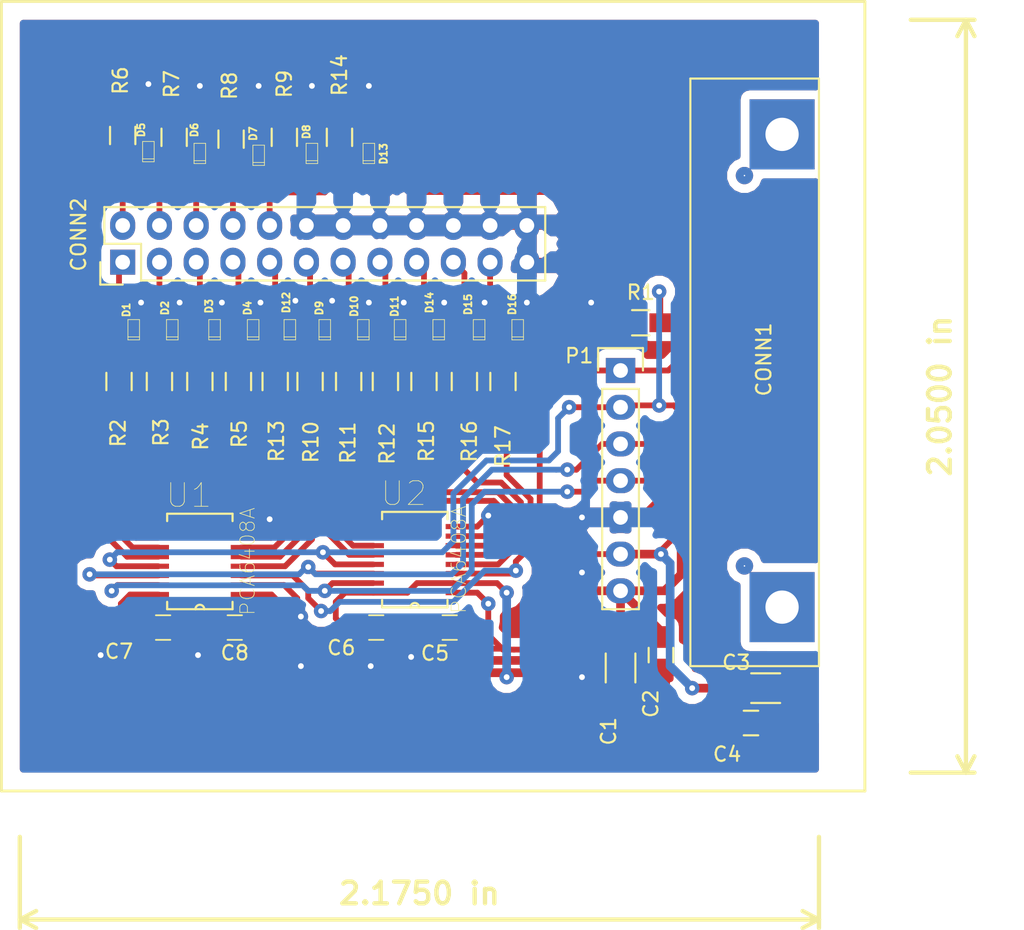
<source format=kicad_pcb>
(kicad_pcb (version 4) (host pcbnew 4.0.5+dfsg1-4~bpo8+1)
  (layers (0 F.Cu signal) (31 B.Cu signal) (34 B.Paste user) (35 F.Paste user) (36 B.SilkS user) (37 F.SilkS user) (38 B.Mask user) (39 F.Mask user) (44 Edge.Cuts user))
  (net 0 "")
  (net 1 +5V)
  (net 2 GNDD)
  (net 3 +3V3)
  (net 4 /D0)
  (net 5 /D1)
  (net 6 /D2)
  (net 7 /D3)
  (net 8 /D4)
  (net 9 /D5)
  (net 10 /D6)
  (net 11 /D7)
  (net 12 /NRFD)
  (net 13 /NDAC)
  (net 14 /DAV)
  (net 15 /ATN)
  (net 16 /IFC)
  (net 17 /REN)
  (net 18 /SRQ)
  (net 19 /EOI)
  (net 20 //RESET)
  (net 21 //INT)
  (net 22 /SCL)
  (net 23 /SDA)
  (net 24 /PD0)
  (net 25 /PD1)
  (net 26 /PD2)
  (net 27 /PD3)
  (net 28 /PD4)
  (net 29 /PD5)
  (net 30 /PD6)
  (net 31 /PD7)
  (net 32 /PNRFD)
  (net 33 /PNDAC)
  (net 34 /PDAV)
  (net 35 /PATN)
  (net 36 /PIFC)
  (net 37 /PREN)
  (net 38 /PSRQ)
  (net 39 /PEOI)
  (module Capacitors_SMD:C_1206_HandSoldering (layer F.Cu) (at 172.339 117.221 270)
    (fp_text reference C1 (at 4.3815 0.8255 270) (layer F.SilkS))
    (fp_text value 1uF)
    (pad 1 smd rect (at -2 0 270) (size 2 1.6) (layers F.Cu F.Paste F.Mask) (net 1 +5V))
    (pad 2 smd rect (at 2 0 270) (size 2 1.6) (layers F.Cu F.Paste F.Mask) (net 2 GNDD))
  )
  (module Capacitors_SMD:C_0805_HandSoldering (layer F.Cu) (at 175.133 116.332 270)
    (fp_text reference C2 (at 3.3655 0.6985 270) (layer F.SilkS))
    (fp_text value 0.1uF)
    (pad 1 smd rect (at -1.25 0 270) (size 1.5 1.25) (layers F.Cu F.Paste F.Mask) (net 1 +5V))
    (pad 2 smd rect (at 1.25 0 270) (size 1.5 1.25) (layers F.Cu F.Paste F.Mask) (net 2 GNDD))
  )
  (module Capacitors_SMD:C_1206_HandSoldering (layer F.Cu) (at 182.372 118.618)
    (fp_text reference C3 (at -2.032 -1.778) (layer F.SilkS))
    (fp_text value 1uF)
    (pad 1 smd rect (at -2 0) (size 2 1.6) (layers F.Cu F.Paste F.Mask) (net 3 +3V3))
    (pad 2 smd rect (at 2 0) (size 2 1.6) (layers F.Cu F.Paste F.Mask) (net 2 GNDD))
  )
  (module Capacitors_SMD:C_0805_HandSoldering (layer F.Cu) (at 181.356 121.031)
    (fp_text reference C4 (at -1.651 2.159) (layer F.SilkS))
    (fp_text value 0.1uF)
    (pad 1 smd rect (at -1.25 0) (size 1.5 1.25) (layers F.Cu F.Paste F.Mask) (net 3 +3V3))
    (pad 2 smd rect (at 1.25 0) (size 1.5 1.25) (layers F.Cu F.Paste F.Mask) (net 2 GNDD))
  )
  (module Pin_Headers:Pin_Header_Straight_1x07 (layer F.Cu) (at 172.339 96.647)
    (fp_text reference P1 (at -2.8575 -1.016) (layer F.SilkS))
    (fp_text value CONN_01X07)
    (pad 1 thru_hole rect (at 0 0) (size 2.032 1.7272) (drill 1.016) (layers *.Cu *.Mask) (net 20 //RESET))
    (pad 2 thru_hole oval (at 0 2.54) (size 2.032 1.7272) (drill 1.016) (layers *.Cu *.Mask) (net 21 //INT))
    (pad 3 thru_hole oval (at 0 5.08) (size 2.032 1.7272) (drill 1.016) (layers *.Cu *.Mask) (net 22 /SCL))
    (pad 4 thru_hole oval (at 0 7.62) (size 2.032 1.7272) (drill 1.016) (layers *.Cu *.Mask) (net 23 /SDA))
    (pad 5 thru_hole oval (at 0 10.16) (size 2.032 1.7272) (drill 1.016) (layers *.Cu *.Mask) (net 2 GNDD))
    (pad 6 thru_hole oval (at 0 12.7) (size 2.032 1.7272) (drill 1.016) (layers *.Cu *.Mask) (net 3 +3V3))
    (pad 7 thru_hole oval (at 0 15.24) (size 2.032 1.7272) (drill 1.016) (layers *.Cu *.Mask) (net 1 +5V))
  )
  (module Resistors_SMD:R_0805_HandSoldering (layer F.Cu) (at 173.736 93.345)
    (fp_text reference R1 (at 0 -2.1) (layer F.SilkS))
    (fp_text value R)
    (pad 1 smd rect (at -1.35 0) (size 1.5 1.3) (layers F.Cu F.Paste F.Mask) (net 3 +3V3))
    (pad 2 smd rect (at 1.35 0) (size 1.5 1.3) (layers F.Cu F.Paste F.Mask) (net 21 //INT))
  )
  (module Resistors_SMD:R_0805_HandSoldering (layer F.Cu) (at 137.668 97.409 270)
    (fp_text reference R2 (at 3.57 0.06 270) (layer F.SilkS))
    (fp_text value RB)
    (pad 1 smd rect (at -1.35 0 270) (size 1.5 1.3) (layers F.Cu F.Paste F.Mask) (net 4 /D0))
    (pad 2 smd rect (at 1.35 0 270) (size 1.5 1.3) (layers F.Cu F.Paste F.Mask) (net 24 /PD0))
  )
  (module Resistors_SMD:R_0805_HandSoldering (layer F.Cu) (at 140.462 97.409 270)
    (fp_text reference R3 (at 3.52 -0.11 270) (layer F.SilkS))
    (fp_text value RB)
    (pad 1 smd rect (at -1.35 0 270) (size 1.5 1.3) (layers F.Cu F.Paste F.Mask) (net 5 /D1))
    (pad 2 smd rect (at 1.35 0 270) (size 1.5 1.3) (layers F.Cu F.Paste F.Mask) (net 25 /PD1))
  )
  (module Resistors_SMD:R_0805_HandSoldering (layer F.Cu) (at 143.256 97.409 270)
    (fp_text reference R4 (at 3.8 -0.06 270) (layer F.SilkS))
    (fp_text value RB)
    (pad 1 smd rect (at -1.35 0 270) (size 1.5 1.3) (layers F.Cu F.Paste F.Mask) (net 6 /D2))
    (pad 2 smd rect (at 1.35 0 270) (size 1.5 1.3) (layers F.Cu F.Paste F.Mask) (net 26 /PD2))
  )
  (module Resistors_SMD:R_0805_HandSoldering (layer F.Cu) (at 145.923 97.409 270)
    (fp_text reference R5 (at 3.63 -0.06 270) (layer F.SilkS))
    (fp_text value RB)
    (pad 1 smd rect (at -1.35 0 270) (size 1.5 1.3) (layers F.Cu F.Paste F.Mask) (net 7 /D3))
    (pad 2 smd rect (at 1.35 0 270) (size 1.5 1.3) (layers F.Cu F.Paste F.Mask) (net 27 /PD3))
  )
  (module Resistors_SMD:R_0805_HandSoldering (layer F.Cu) (at 137.922 80.391 90)
    (fp_text reference R6 (at 3.8 -0.16 90) (layer F.SilkS))
    (fp_text value RB)
    (pad 1 smd rect (at -1.35 0 90) (size 1.5 1.3) (layers F.Cu F.Paste F.Mask) (net 8 /D4))
    (pad 2 smd rect (at 1.35 0 90) (size 1.5 1.3) (layers F.Cu F.Paste F.Mask) (net 28 /PD4))
  )
  (module Resistors_SMD:R_0805_HandSoldering (layer F.Cu) (at 141.478 80.518 90)
    (fp_text reference R7 (at 3.68 -0.17 90) (layer F.SilkS))
    (fp_text value RB)
    (pad 1 smd rect (at -1.35 0 90) (size 1.5 1.3) (layers F.Cu F.Paste F.Mask) (net 9 /D5))
    (pad 2 smd rect (at 1.35 0 90) (size 1.5 1.3) (layers F.Cu F.Paste F.Mask) (net 29 /PD5))
  )
  (module Resistors_SMD:R_0805_HandSoldering (layer F.Cu) (at 145.415 80.645 90)
    (fp_text reference R8 (at 3.69 -0.11 90) (layer F.SilkS))
    (fp_text value RB)
    (pad 1 smd rect (at -1.35 0 90) (size 1.5 1.3) (layers F.Cu F.Paste F.Mask) (net 10 /D6))
    (pad 2 smd rect (at 1.35 0 90) (size 1.5 1.3) (layers F.Cu F.Paste F.Mask) (net 30 /PD6))
  )
  (module Resistors_SMD:R_0805_HandSoldering (layer F.Cu) (at 149.098 80.518 90)
    (fp_text reference R9 (at 3.69 0 90) (layer F.SilkS))
    (fp_text value RB)
    (pad 1 smd rect (at -1.35 0 90) (size 1.5 1.3) (layers F.Cu F.Paste F.Mask) (net 11 /D7))
    (pad 2 smd rect (at 1.35 0 90) (size 1.5 1.3) (layers F.Cu F.Paste F.Mask) (net 31 /PD7))
  )
  (module Resistors_SMD:R_0805_HandSoldering (layer F.Cu) (at 150.876 97.409 270)
    (fp_text reference R10 (at 4.19 -0.06 270) (layer F.SilkS))
    (fp_text value RB)
    (pad 1 smd rect (at -1.35 0 270) (size 1.5 1.3) (layers F.Cu F.Paste F.Mask) (net 14 /DAV))
    (pad 2 smd rect (at 1.35 0 270) (size 1.5 1.3) (layers F.Cu F.Paste F.Mask) (net 33 /PNDAC))
  )
  (module Resistors_SMD:R_0805_HandSoldering (layer F.Cu) (at 153.543 97.409 270)
    (fp_text reference R11 (at 4.24 0.05 270) (layer F.SilkS))
    (fp_text value RB)
    (pad 1 smd rect (at -1.35 0 270) (size 1.5 1.3) (layers F.Cu F.Paste F.Mask) (net 12 /NRFD))
    (pad 2 smd rect (at 1.35 0 270) (size 1.5 1.3) (layers F.Cu F.Paste F.Mask) (net 32 /PNRFD))
  )
  (module Resistors_SMD:R_0805_HandSoldering (layer F.Cu) (at 156.083 97.409 270)
    (fp_text reference R12 (at 4.3 -0.12 270) (layer F.SilkS))
    (fp_text value RB)
    (pad 1 smd rect (at -1.35 0 270) (size 1.5 1.3) (layers F.Cu F.Paste F.Mask) (net 13 /NDAC))
    (pad 2 smd rect (at 1.35 0 270) (size 1.5 1.3) (layers F.Cu F.Paste F.Mask) (net 34 /PDAV))
  )
  (module Resistors_SMD:R_0805_HandSoldering (layer F.Cu) (at 148.463 97.409 270)
    (fp_text reference R13 (at 4.13 -0.09 270) (layer F.SilkS))
    (fp_text value RB)
    (pad 1 smd rect (at -1.35 0 270) (size 1.5 1.3) (layers F.Cu F.Paste F.Mask) (net 19 /EOI))
    (pad 2 smd rect (at 1.35 0 270) (size 1.5 1.3) (layers F.Cu F.Paste F.Mask) (net 39 /PEOI))
  )
  (module Resistors_SMD:R_0805_HandSoldering (layer F.Cu) (at 152.908 80.518 90)
    (fp_text reference R14 (at 4.3 0 90) (layer F.SilkS))
    (fp_text value RB)
    (pad 1 smd rect (at -1.35 0 90) (size 1.5 1.3) (layers F.Cu F.Paste F.Mask) (net 17 /REN))
    (pad 2 smd rect (at 1.35 0 90) (size 1.5 1.3) (layers F.Cu F.Paste F.Mask) (net 37 /PREN))
  )
  (module Resistors_SMD:R_0805_HandSoldering (layer F.Cu) (at 158.75 97.409 270)
    (fp_text reference R15 (at 4.13 -0.17 270) (layer F.SilkS))
    (fp_text value RB)
    (pad 1 smd rect (at -1.35 0 270) (size 1.5 1.3) (layers F.Cu F.Paste F.Mask) (net 16 /IFC))
    (pad 2 smd rect (at 1.35 0 270) (size 1.5 1.3) (layers F.Cu F.Paste F.Mask) (net 36 /PIFC))
  )
  (module Resistors_SMD:R_0805_HandSoldering (layer F.Cu) (at 161.544 97.409 270)
    (fp_text reference R16 (at 4.14 -0.34 270) (layer F.SilkS))
    (fp_text value RB)
    (pad 1 smd rect (at -1.35 0 270) (size 1.5 1.3) (layers F.Cu F.Paste F.Mask) (net 18 /SRQ))
    (pad 2 smd rect (at 1.35 0 270) (size 1.5 1.3) (layers F.Cu F.Paste F.Mask) (net 38 /PSRQ))
  )
  (module Resistors_SMD:R_0805_HandSoldering (layer F.Cu) (at 164.211 97.409 270)
    (fp_text reference R17 (at 4.47 0 270) (layer F.SilkS))
    (fp_text value RB)
    (pad 1 smd rect (at -1.35 0 270) (size 1.5 1.3) (layers F.Cu F.Paste F.Mask) (net 15 /ATN))
    (pad 2 smd rect (at 1.35 0 270) (size 1.5 1.3) (layers F.Cu F.Paste F.Mask) (net 35 /PATN))
  )
  (module LibreriaKicad:PCA6408A-SOP16 (layer F.Cu) (at 143.256 109.855 180)
    (fp_text reference U1 (at 0.762 4.572 180) (layer F.SilkS) (effects (font (size 1.64212 1.64212) (thickness 0.05))))
    (fp_text value PCA6408A (at -3.302 0 270) (layer F.SilkS) (effects (font (thickness 0.05))))
    (pad 1 smd rect (at -2.8702 -2.286 180) (size 1.4732 0.3556) (layers F.Cu F.Paste F.Mask) (net 3 +3V3))
    (pad 2 smd rect (at -2.8702 -1.6256 180) (size 1.4732 0.3556) (layers F.Cu F.Paste F.Mask) (net 2 GNDD))
    (pad 3 smd rect (at -2.8702 -0.9652 180) (size 1.4732 0.3556) (layers F.Cu F.Paste F.Mask) (net 20 //RESET))
    (pad 4 smd rect (at -2.8702 -0.3302 180) (size 1.4732 0.3556) (layers F.Cu F.Paste F.Mask) (net 26 /PD2))
    (pad 5 smd rect (at -2.8702 0.3302 180) (size 1.4732 0.3556) (layers F.Cu F.Paste F.Mask) (net 25 /PD1))
    (pad 6 smd rect (at -2.8702 0.9652 180) (size 1.4732 0.3556) (layers F.Cu F.Paste F.Mask) (net 24 /PD0))
    (pad 7 smd rect (at -2.8702 1.6256 180) (size 1.4732 0.3556) (layers F.Cu F.Paste F.Mask) (net 28 /PD4))
    (pad 8 smd rect (at -2.8702 2.286 180) (size 1.4732 0.3556) (layers F.Cu F.Paste F.Mask) (net 2 GNDD))
    (pad 9 smd rect (at 2.8702 2.286 180) (size 1.4732 0.3556) (layers F.Cu F.Paste F.Mask) (net 29 /PD5))
    (pad 10 smd rect (at 2.8702 1.6256 180) (size 1.4732 0.3556) (layers F.Cu F.Paste F.Mask) (net 30 /PD6))
    (pad 11 smd rect (at 2.8702 0.9652 180) (size 1.4732 0.3556) (layers F.Cu F.Paste F.Mask) (net 31 /PD7))
    (pad 12 smd rect (at 2.8702 0.3302 180) (size 1.4732 0.3556) (layers F.Cu F.Paste F.Mask) (net 37 /PREN))
    (pad 13 smd rect (at 2.8702 -0.3302 180) (size 1.4732 0.3556) (layers F.Cu F.Paste F.Mask) (net 21 //INT))
    (pad 14 smd rect (at 2.8702 -0.9652 180) (size 1.4732 0.3556) (layers F.Cu F.Paste F.Mask) (net 22 /SCL))
    (pad 15 smd rect (at 2.8702 -1.6256 180) (size 1.4732 0.3556) (layers F.Cu F.Paste F.Mask) (net 23 /SDA))
    (pad 16 smd rect (at 2.8702 -2.286 180) (size 1.4732 0.3556) (layers F.Cu F.Paste F.Mask) (net 1 +5V))
  )
  (module LibreriaKicad:PCA6408A-SOP16 (layer F.Cu) (at 158.115 109.728 180)
    (fp_text reference U2 (at 0.762 4.572 180) (layer F.SilkS) (effects (font (size 1.64212 1.64212) (thickness 0.05))))
    (fp_text value PCA6408A (at -3.048 0 270) (layer F.SilkS) (effects (font (thickness 0.05))))
    (pad 1 smd rect (at -2.8702 -2.286 180) (size 1.4732 0.3556) (layers F.Cu F.Paste F.Mask) (net 3 +3V3))
    (pad 2 smd rect (at -2.8702 -1.6256 180) (size 1.4732 0.3556) (layers F.Cu F.Paste F.Mask) (net 1 +5V))
    (pad 3 smd rect (at -2.8702 -0.9652 180) (size 1.4732 0.3556) (layers F.Cu F.Paste F.Mask) (net 20 //RESET))
    (pad 4 smd rect (at -2.8702 -0.3302 180) (size 1.4732 0.3556) (layers F.Cu F.Paste F.Mask) (net 35 /PATN))
    (pad 5 smd rect (at -2.8702 0.3302 180) (size 1.4732 0.3556) (layers F.Cu F.Paste F.Mask) (net 38 /PSRQ))
    (pad 6 smd rect (at -2.8702 0.9652 180) (size 1.4732 0.3556) (layers F.Cu F.Paste F.Mask) (net 36 /PIFC))
    (pad 7 smd rect (at -2.8702 1.6256 180) (size 1.4732 0.3556) (layers F.Cu F.Paste F.Mask) (net 34 /PDAV))
    (pad 8 smd rect (at -2.8702 2.286 180) (size 1.4732 0.3556) (layers F.Cu F.Paste F.Mask) (net 2 GNDD))
    (pad 9 smd rect (at 2.8702 2.286 180) (size 1.4732 0.3556) (layers F.Cu F.Paste F.Mask) (net 32 /PNRFD))
    (pad 10 smd rect (at 2.8702 1.6256 180) (size 1.4732 0.3556) (layers F.Cu F.Paste F.Mask) (net 33 /PNDAC))
    (pad 11 smd rect (at 2.8702 0.9652 180) (size 1.4732 0.3556) (layers F.Cu F.Paste F.Mask) (net 39 /PEOI))
    (pad 12 smd rect (at 2.8702 0.3302 180) (size 1.4732 0.3556) (layers F.Cu F.Paste F.Mask) (net 27 /PD3))
    (pad 13 smd rect (at 2.8702 -0.3302 180) (size 1.4732 0.3556) (layers F.Cu F.Paste F.Mask) (net 21 //INT))
    (pad 14 smd rect (at 2.8702 -0.9652 180) (size 1.4732 0.3556) (layers F.Cu F.Paste F.Mask) (net 22 /SCL))
    (pad 15 smd rect (at 2.8702 -1.6256 180) (size 1.4732 0.3556) (layers F.Cu F.Paste F.Mask) (net 23 /SDA))
    (pad 16 smd rect (at 2.8702 -2.286 180) (size 1.4732 0.3556) (layers F.Cu F.Paste F.Mask) (net 1 +5V))
  )
  (module Capacitors_SMD:C_0805_HandSoldering (layer F.Cu) (at 155.448 114.427)
    (fp_text reference C5 (at 4.064 1.778) (layer F.SilkS))
    (fp_text value 0.1uF)
    (pad 1 smd rect (at -1.25 0) (size 1.5 1.25) (layers F.Cu F.Paste F.Mask) (net 1 +5V))
    (pad 2 smd rect (at 1.25 0) (size 1.5 1.25) (layers F.Cu F.Paste F.Mask) (net 2 GNDD))
  )
  (module Capacitors_SMD:C_0805_HandSoldering (layer F.Cu) (at 160.528 114.427 180)
    (fp_text reference C6 (at 7.493 -1.397 180) (layer F.SilkS))
    (fp_text value 0.1uF)
    (pad 1 smd rect (at -1.25 0 180) (size 1.5 1.25) (layers F.Cu F.Paste F.Mask) (net 3 +3V3))
    (pad 2 smd rect (at 1.25 0 180) (size 1.5 1.25) (layers F.Cu F.Paste F.Mask) (net 2 GNDD))
  )
  (module Capacitors_SMD:C_0805_HandSoldering (layer F.Cu) (at 140.716 114.427)
    (fp_text reference C7 (at -3.048 1.651) (layer F.SilkS))
    (fp_text value 0.1uF)
    (pad 1 smd rect (at -1.25 0) (size 1.5 1.25) (layers F.Cu F.Paste F.Mask) (net 1 +5V))
    (pad 2 smd rect (at 1.25 0) (size 1.5 1.25) (layers F.Cu F.Paste F.Mask) (net 2 GNDD))
  )
  (module Capacitors_SMD:C_0805_HandSoldering (layer F.Cu) (at 145.669 114.427 180)
    (fp_text reference C8 (at 0 -1.75 180) (layer F.SilkS))
    (fp_text value 0.1uF)
    (pad 1 smd rect (at -1.25 0 180) (size 1.5 1.25) (layers F.Cu F.Paste F.Mask) (net 3 +3V3))
    (pad 2 smd rect (at 1.25 0 180) (size 1.5 1.25) (layers F.Cu F.Paste F.Mask) (net 2 GNDD))
  )
  (module CenditFootprints:GPIB_HEADER_12X2P (layer F.Cu) (at 137.922 89.154 90)
    (fp_text reference CONN2 (at 1.905 -3.048 90) (layer F.SilkS))
    (fp_text value GPIB_CONN)
    (pad 1 thru_hole rect (at 0 0 90) (size 1.7272 1.7272) (drill 1.016) (layers *.Cu *.Mask) (net 4 /D0))
    (pad 2 thru_hole oval (at 2.54 0 90) (size 2 1.7272) (drill 1.016) (layers *.Cu *.Mask) (net 8 /D4))
    (pad 3 thru_hole oval (at 0 2.54 90) (size 2 1.7272) (drill 1.016) (layers *.Cu *.Mask) (net 5 /D1))
    (pad 4 thru_hole oval (at 2.54 2.54 90) (size 2 1.7272) (drill 1.016) (layers *.Cu *.Mask) (net 9 /D5))
    (pad 5 thru_hole oval (at 0 5.08 90) (size 2 1.7272) (drill 1.016) (layers *.Cu *.Mask) (net 6 /D2))
    (pad 6 thru_hole oval (at 2.54 5.08 90) (size 2 1.7272) (drill 1.016) (layers *.Cu *.Mask) (net 10 /D6))
    (pad 7 thru_hole oval (at 0 7.62 90) (size 2 1.7272) (drill 1.016) (layers *.Cu *.Mask) (net 7 /D3))
    (pad 8 thru_hole oval (at 2.54 7.62 90) (size 2 1.7272) (drill 1.016) (layers *.Cu *.Mask) (net 11 /D7))
    (pad 9 thru_hole oval (at 0 10.16 90) (size 2 1.7272) (drill 1.016) (layers *.Cu *.Mask) (net 19 /EOI))
    (pad 10 thru_hole oval (at 2.54 10.16 90) (size 2 1.7272) (drill 1.016) (layers *.Cu *.Mask) (net 17 /REN))
    (pad 11 thru_hole oval (at 0 12.7 90) (size 2 1.7272) (drill 1.016) (layers *.Cu *.Mask) (net 14 /DAV))
    (pad 12 thru_hole oval (at 2.54 12.7 90) (size 2 1.7272) (drill 1.016) (layers *.Cu *.Mask) (net 2 GNDD))
    (pad 13 thru_hole oval (at 0 15.24 90) (size 2 1.7272) (drill 1.016) (layers *.Cu *.Mask) (net 12 /NRFD))
    (pad 14 thru_hole oval (at 2.54 15.24 90) (size 2 1.7272) (drill 1.016) (layers *.Cu *.Mask) (net 2 GNDD))
    (pad 15 thru_hole oval (at 0 17.78 90) (size 2 1.7272) (drill 1.016) (layers *.Cu *.Mask) (net 13 /NDAC))
    (pad 16 thru_hole oval (at 2.54 17.78 90) (size 1.7272 1.7272) (drill 1.016) (layers *.Cu *.Mask) (net 2 GNDD))
    (pad 17 thru_hole oval (at 0 20.32 90) (size 2 1.7272) (drill 1.016) (layers *.Cu *.Mask) (net 16 /IFC))
    (pad 18 thru_hole oval (at 2.54 20.32 90) (size 2 1.7272) (drill 1.016) (layers *.Cu *.Mask) (net 2 GNDD))
    (pad 19 thru_hole oval (at 0 22.86 90) (size 2 1.7272) (drill 1.016) (layers *.Cu *.Mask) (net 18 /SRQ))
    (pad 20 thru_hole oval (at 2.54 22.86 90) (size 2 1.7272) (drill 1.016) (layers *.Cu *.Mask) (net 2 GNDD))
    (pad 21 thru_hole oval (at 0 25.4 90) (size 2 1.7272) (drill 1.016) (layers *.Cu *.Mask) (net 15 /ATN))
    (pad 22 thru_hole oval (at 2.54 25.4 90) (size 2 1.7272) (drill 1.016) (layers *.Cu *.Mask) (net 2 GNDD))
    (pad 23 thru_hole oval (at 0 27.94 90) (size 2 1.7272) (drill 1.016) (layers *.Cu *.Mask) (net 2 GNDD))
    (pad 24 thru_hole oval (at 2.54 27.94 90) (size 2 1.7272) (drill 1.016) (layers *.Cu *.Mask) (net 2 GNDD))
  )
  (module CenditFootprints:SLIMLINE_SATA_PLUG_7P_6P (layer F.Cu) (at 179.705 98.044 90)
    (fp_text reference CONN1 (at 2.159 2.54 90) (layer F.SilkS))
    (fp_text value I2C_BUS)
    (pad 14 smd rect (at 0 0 90) (size 2.4 1.5) (layers F.Cu F.Paste F.Mask))
    (pad 12 smd rect (at 9.49 0 90) (size 0.7 1.5) (layers F.Cu F.Paste F.Mask))
    (pad 11 smd rect (at 8.22 0 90) (size 0.7 1.5) (layers F.Cu F.Paste F.Mask))
    (pad 13 smd rect (at 10.76 0 90) (size 0.7 1.5) (layers F.Cu F.Paste F.Mask))
    (pad 10 smd rect (at 6.95 0 90) (size 0.7 1.5) (layers F.Cu F.Paste F.Mask))
    (pad 9 smd rect (at 5.68 0 90) (size 0.7 1.5) (layers F.Cu F.Paste F.Mask))
    (pad 8 smd rect (at 4.41 0 90) (size 0.7 1.5) (layers F.Cu F.Paste F.Mask))
    (pad 7 smd rect (at 3.14 0 90) (size 0.7 1.5) (layers F.Cu F.Paste F.Mask) (net 20 //RESET))
    (pad 6 smd rect (at -3.07 0 90) (size 0.7 1.5) (layers F.Cu F.Paste F.Mask) (net 21 //INT))
    (pad 5 smd rect (at -4.07 0 90) (size 0.7 1.5) (layers F.Cu F.Paste F.Mask) (net 22 /SCL))
    (pad 4 smd rect (at -5.07 0 90) (size 0.7 1.5) (layers F.Cu F.Paste F.Mask) (net 23 /SDA))
    (pad 3 smd rect (at -6.07 0 90) (size 0.7 1.5) (layers F.Cu F.Paste F.Mask) (net 2 GNDD))
    (pad 2 smd rect (at -7.07 0 90) (size 0.7 1.5) (layers F.Cu F.Paste F.Mask) (net 3 +3V3))
    (pad 1 smd rect (at -8.07 0 90) (size 0.7 1.5) (layers F.Cu F.Paste F.Mask) (net 1 +5V))
    (pad "" np_thru_hole circle (at 14.88 1.2 90) (size 1.2 1.2) (drill 0.1) (layers *.Cu *.Mask))
    (pad "" np_thru_hole circle (at -12.12 1.2 90) (size 1.2 1.2) (drill 0.1) (layers *.Cu *.Mask))
    (pad "" np_thru_hole rect (at 17.73 3.8 90) (size 4.85 4.5) (drill 2.3) (layers *.Cu *.Mask))
    (pad "" np_thru_hole rect (at -14.97 3.8 90) (size 4.85 4.5) (drill 2.3) (layers *.Cu *.Mask))
  )
  (module CenditFootprints:SPHV24-SOD882 (layer F.Cu) (at 138.684 93.726 270)
    (fp_text reference D1 (at -1.27 0.508 270) (layer F.SilkS) (effects (font (size 0.5 0.5) (thickness 0.125))))
    (fp_text value SPHV24)
    (pad 1 smd rect (at 0.325 0 270) (size 0.325 0.65) (layers F.Cu F.Paste F.Mask) (net 4 /D0))
    (pad 2 smd rect (at -0.325 0 270) (size 0.325 0.65) (layers F.Cu F.Paste F.Mask) (net 2 GNDD))
  )
  (module CenditFootprints:SPHV24-SOD882 (layer F.Cu) (at 146.939 93.726 270)
    (fp_text reference D4 (at -1.397 0.381 270) (layer F.SilkS) (effects (font (size 0.5 0.5) (thickness 0.125))))
    (fp_text value SPHV24)
    (pad 1 smd rect (at 0.325 0 270) (size 0.325 0.65) (layers F.Cu F.Paste F.Mask) (net 7 /D3))
    (pad 2 smd rect (at -0.325 0 270) (size 0.325 0.65) (layers F.Cu F.Paste F.Mask) (net 2 GNDD))
  )
  (module CenditFootprints:SPHV24-SOD882 (layer F.Cu) (at 141.351 93.726 270)
    (fp_text reference D2 (at -1.397 0.508 270) (layer F.SilkS) (effects (font (size 0.5 0.5) (thickness 0.125))))
    (fp_text value SPHV24)
    (pad 1 smd rect (at 0.325 0 270) (size 0.325 0.65) (layers F.Cu F.Paste F.Mask) (net 5 /D1))
    (pad 2 smd rect (at -0.325 0 270) (size 0.325 0.65) (layers F.Cu F.Paste F.Mask) (net 2 GNDD))
  )
  (module CenditFootprints:SPHV24-SOD882 (layer F.Cu) (at 144.272 93.726 270)
    (fp_text reference D3 (at -1.524 0.381 270) (layer F.SilkS) (effects (font (size 0.5 0.5) (thickness 0.125))))
    (fp_text value SPHV24)
    (pad 1 smd rect (at 0.325 0 270) (size 0.325 0.65) (layers F.Cu F.Paste F.Mask) (net 6 /D2))
    (pad 2 smd rect (at -0.325 0 270) (size 0.325 0.65) (layers F.Cu F.Paste F.Mask) (net 2 GNDD))
  )
  (module CenditFootprints:SPHV24-SOD882 (layer F.Cu) (at 139.7 81.407 270)
    (fp_text reference D5 (at -1.397 0.508 270) (layer F.SilkS) (effects (font (size 0.5 0.5) (thickness 0.125))))
    (fp_text value SPHV24)
    (pad 1 smd rect (at 0.325 0 270) (size 0.325 0.65) (layers F.Cu F.Paste F.Mask) (net 8 /D4))
    (pad 2 smd rect (at -0.325 0 270) (size 0.325 0.65) (layers F.Cu F.Paste F.Mask) (net 2 GNDD))
  )
  (module CenditFootprints:SPHV24-SOD882 (layer F.Cu) (at 143.256 81.534 270)
    (fp_text reference D6 (at -1.524 0.381 270) (layer F.SilkS) (effects (font (size 0.5 0.5) (thickness 0.125))))
    (fp_text value SPHV24)
    (pad 1 smd rect (at 0.325 0 270) (size 0.325 0.65) (layers F.Cu F.Paste F.Mask) (net 9 /D5))
    (pad 2 smd rect (at -0.325 0 270) (size 0.325 0.65) (layers F.Cu F.Paste F.Mask) (net 2 GNDD))
  )
  (module CenditFootprints:SPHV24-SOD882 (layer F.Cu) (at 147.32 81.661 270)
    (fp_text reference D7 (at -1.397 0.381 270) (layer F.SilkS) (effects (font (size 0.5 0.5) (thickness 0.125))))
    (fp_text value SPHV24)
    (pad 1 smd rect (at 0.325 0 270) (size 0.325 0.65) (layers F.Cu F.Paste F.Mask) (net 10 /D6))
    (pad 2 smd rect (at -0.325 0 270) (size 0.325 0.65) (layers F.Cu F.Paste F.Mask) (net 2 GNDD))
  )
  (module CenditFootprints:SPHV24-SOD882 (layer F.Cu) (at 151.003 81.534 270)
    (fp_text reference D8 (at -1.397 0.381 270) (layer F.SilkS) (effects (font (size 0.5 0.5) (thickness 0.125))))
    (fp_text value SPHV24)
    (pad 1 smd rect (at 0.325 0 270) (size 0.325 0.65) (layers F.Cu F.Paste F.Mask) (net 11 /D7))
    (pad 2 smd rect (at -0.325 0 270) (size 0.325 0.65) (layers F.Cu F.Paste F.Mask) (net 2 GNDD))
  )
  (module CenditFootprints:SPHV24-SOD882 (layer F.Cu) (at 151.892 93.726 270)
    (fp_text reference D9 (at -1.397 0.381 270) (layer F.SilkS) (effects (font (size 0.5 0.5) (thickness 0.125))))
    (fp_text value SPHV24)
    (pad 1 smd rect (at 0.325 0 270) (size 0.325 0.65) (layers F.Cu F.Paste F.Mask) (net 14 /DAV))
    (pad 2 smd rect (at -0.325 0 270) (size 0.325 0.65) (layers F.Cu F.Paste F.Mask) (net 2 GNDD))
  )
  (module CenditFootprints:SPHV24-SOD882 (layer F.Cu) (at 154.559 93.726 270)
    (fp_text reference D10 (at -1.524 0.635 270) (layer F.SilkS) (effects (font (size 0.5 0.5) (thickness 0.125))))
    (fp_text value SPHV24)
    (pad 1 smd rect (at 0.325 0 270) (size 0.325 0.65) (layers F.Cu F.Paste F.Mask) (net 12 /NRFD))
    (pad 2 smd rect (at -0.325 0 270) (size 0.325 0.65) (layers F.Cu F.Paste F.Mask) (net 2 GNDD))
  )
  (module CenditFootprints:SPHV24-SOD882 (layer F.Cu) (at 157.099 93.726 270)
    (fp_text reference D11 (at -1.524 0.381 270) (layer F.SilkS) (effects (font (size 0.5 0.5) (thickness 0.125))))
    (fp_text value SPHV24)
    (pad 1 smd rect (at 0.325 0 270) (size 0.325 0.65) (layers F.Cu F.Paste F.Mask) (net 13 /NDAC))
    (pad 2 smd rect (at -0.325 0 270) (size 0.325 0.65) (layers F.Cu F.Paste F.Mask) (net 2 GNDD))
  )
  (module CenditFootprints:SPHV24-SOD882 (layer F.Cu) (at 149.479 93.726 270)
    (fp_text reference D12 (at -1.778 0.254 270) (layer F.SilkS) (effects (font (size 0.5 0.5) (thickness 0.125))))
    (fp_text value SPHV24)
    (pad 1 smd rect (at 0.325 0 270) (size 0.325 0.65) (layers F.Cu F.Paste F.Mask) (net 19 /EOI))
    (pad 2 smd rect (at -0.325 0 270) (size 0.325 0.65) (layers F.Cu F.Paste F.Mask) (net 2 GNDD))
  )
  (module CenditFootprints:SPHV24-SOD882 (layer F.Cu) (at 154.94 81.534 270)
    (fp_text reference D13 (at 0.127 -1.016 270) (layer F.SilkS) (effects (font (size 0.5 0.5) (thickness 0.125))))
    (fp_text value SPHV24)
    (pad 1 smd rect (at 0.325 0 270) (size 0.325 0.65) (layers F.Cu F.Paste F.Mask) (net 17 /REN))
    (pad 2 smd rect (at -0.325 0 270) (size 0.325 0.65) (layers F.Cu F.Paste F.Mask) (net 2 GNDD))
  )
  (module CenditFootprints:SPHV24-SOD882 (layer F.Cu) (at 159.766 93.726 270)
    (fp_text reference D14 (at -1.778 0.635 270) (layer F.SilkS) (effects (font (size 0.5 0.5) (thickness 0.125))))
    (fp_text value SPHV24)
    (pad 1 smd rect (at 0.325 0 270) (size 0.325 0.65) (layers F.Cu F.Paste F.Mask) (net 16 /IFC))
    (pad 2 smd rect (at -0.325 0 270) (size 0.325 0.65) (layers F.Cu F.Paste F.Mask) (net 2 GNDD))
  )
  (module CenditFootprints:SPHV24-SOD882 (layer F.Cu) (at 162.56 93.726 270)
    (fp_text reference D15 (at -1.651 0.762 270) (layer F.SilkS) (effects (font (size 0.5 0.5) (thickness 0.125))))
    (fp_text value SPHV24)
    (pad 1 smd rect (at 0.325 0 270) (size 0.325 0.65) (layers F.Cu F.Paste F.Mask) (net 18 /SRQ))
    (pad 2 smd rect (at -0.325 0 270) (size 0.325 0.65) (layers F.Cu F.Paste F.Mask) (net 2 GNDD))
  )
  (module CenditFootprints:SPHV24-SOD882 (layer F.Cu) (at 165.227 93.726 270)
    (fp_text reference D16 (at -1.651 0.381 270) (layer F.SilkS) (effects (font (size 0.5 0.5) (thickness 0.125))))
    (fp_text value SPHV24)
    (pad 1 smd rect (at 0.325 0 270) (size 0.325 0.65) (layers F.Cu F.Paste F.Mask) (net 15 /ATN))
    (pad 2 smd rect (at -0.325 0 270) (size 0.325 0.65) (layers F.Cu F.Paste F.Mask) (net 2 GNDD))
  )
  (dimension 55.245 (width 0.3) (layer F.SilkS) (gr_text 55,245mm (at 158.4325 135.97) (layer F.SilkS) (effects (font (size 1.5 1.5) (thickness 0.3)))) (feature1 (pts (xy 186.055 128.905) (xy 186.055 137.32))) (feature2 (pts (xy 130.81 128.905) (xy 130.81 137.32))) (crossbar (pts (xy 130.81 134.62) (xy 186.055 134.62))) (arrow1a (pts (xy 186.055 134.62) (xy 184.928496 135.206421))) (arrow1b (pts (xy 186.055 134.62) (xy 184.928496 134.033579))) (arrow2a (pts (xy 130.81 134.62) (xy 131.936504 135.206421))) (arrow2b (pts (xy 130.81 134.62) (xy 131.936504 134.033579))))
  (dimension 52.07 (width 0.3) (layer F.SilkS) (gr_text 52,070mm (at 197.565 98.425 270) (layer F.SilkS) (effects (font (size 1.5 1.5) (thickness 0.3)))) (feature1 (pts (xy 192.405 124.46) (xy 198.915 124.46))) (feature2 (pts (xy 192.405 72.39) (xy 198.915 72.39))) (crossbar (pts (xy 196.215 72.39) (xy 196.215 124.46))) (arrow1a (pts (xy 196.215 124.46) (xy 195.628579 123.333496))) (arrow1b (pts (xy 196.215 124.46) (xy 196.801421 123.333496))) (arrow2a (pts (xy 196.215 72.39) (xy 195.628579 73.516504))) (arrow2b (pts (xy 196.215 72.39) (xy 196.801421 73.516504))))
  (gr_line (start 129.54 125.73) (end 129.54 71.12) (angle 90) (layer F.SilkS) (width 0.2))
  (gr_line (start 189.23 125.73) (end 129.54 125.73) (angle 90) (layer F.SilkS) (width 0.2))
  (gr_line (start 189.23 71.12) (end 189.23 125.73) (angle 90) (layer F.SilkS) (width 0.2))
  (gr_line (start 129.54 71.12) (end 189.23 71.12) (angle 90) (layer F.SilkS) (width 0.2))
  (segment (start 175.133 115.082) (end 175.133 114.681) (width 0.6) (layer F.Cu) (net 1))
  (segment (start 175.133 114.681) (end 172.339 111.887) (width 0.6) (layer F.Cu) (net 1))
  (segment (start 172.339 115.221) (end 172.339 111.887) (width 0.6) (layer F.Cu) (net 1))
  (segment (start 172.847 111.887) (end 172.339 111.887) (width 0.6) (layer F.Cu) (net 1))
  (segment (start 172.339 111.887) (end 175.387 111.887) (width 0.6) (layer F.Cu) (net 1))
  (segment (start 177.477 106.114) (end 176.53 107.061) (width 0.6) (layer F.Cu) (net 1))
  (segment (start 176.53 107.061) (end 176.53 110.744) (width 0.6) (layer F.Cu) (net 1))
  (segment (start 176.53 110.744) (end 175.514 111.76) (width 0.6) (layer F.Cu) (net 1))
  (segment (start 177.477 106.114) (end 179.705 106.114) (width 0.6) (layer F.Cu) (net 1))
  (segment (start 175.387 111.887) (end 175.514 111.76) (width 0.6) (layer F.Cu) (net 1))
  (segment (start 155.2448 112.014) (end 157.607 112.014) (width 0.4) (layer F.Cu) (net 1))
  (segment (start 158.2674 111.3536) (end 160.9852 111.3536) (width 0.4) (layer F.Cu) (net 1))
  (segment (start 157.607 112.014) (end 158.2674 111.3536) (width 0.4) (layer F.Cu) (net 1))
  (segment (start 139.466 116.352) (end 139.466 114.427) (width 0.6) (layer F.Cu) (net 1))
  (segment (start 140.665004 117.551004) (end 139.466 116.352) (width 0.6) (layer F.Cu) (net 1))
  (segment (start 170.815 111.887) (end 170.434 111.887) (width 0.6) (layer F.Cu) (net 1))
  (segment (start 163.8046 111.3536) (end 164.465 112.014) (width 0.4) (layer F.Cu) (net 1))
  (segment (start 160.9852 111.3536) (end 163.8046 111.3536) (width 0.4) (layer F.Cu) (net 1))
  (via (at 164.465 112.014) (size 1) (drill 0.4) (layers F.Cu B.Cu) (net 1))
  (segment (start 170.815 111.887) (end 172.339 111.887) (width 0.6) (layer F.Cu) (net 1))
  (segment (start 170.434 111.887) (end 170.053 112.268) (width 0.6) (layer F.Cu) (net 1))
  (segment (start 154.198 114.427) (end 153.289 114.427) (width 0.4) (layer F.Cu) (net 1))
  (segment (start 153.289 112.014) (end 155.2448 112.014) (width 0.4) (layer F.Cu) (net 1))
  (segment (start 152.654 112.649) (end 153.289 112.014) (width 0.4) (layer F.Cu) (net 1))
  (segment (start 152.654 113.792) (end 152.654 112.649) (width 0.4) (layer F.Cu) (net 1))
  (segment (start 153.289 114.427) (end 152.654 113.792) (width 0.4) (layer F.Cu) (net 1))
  (segment (start 139.466 114.427) (end 138.303 114.427) (width 0.4) (layer F.Cu) (net 1))
  (segment (start 138.303 114.427) (end 137.795 113.919) (width 0.4) (layer F.Cu) (net 1))
  (segment (start 137.795 113.919) (end 137.795 112.776) (width 0.4) (layer F.Cu) (net 1))
  (segment (start 137.795 112.776) (end 138.43 112.141) (width 0.4) (layer F.Cu) (net 1))
  (segment (start 138.43 112.141) (end 140.3858 112.141) (width 0.4) (layer F.Cu) (net 1))
  (segment (start 147.650004 117.551004) (end 140.665004 117.551004) (width 0.6) (layer F.Cu) (net 1))
  (segment (start 164.465 117.805004) (end 164.211 117.551004) (width 0.6) (layer F.Cu) (net 1))
  (segment (start 164.211 117.551004) (end 160.689582 117.551004) (width 0.6) (layer F.Cu) (net 1))
  (segment (start 160.689582 117.551004) (end 158.987586 119.253) (width 0.6) (layer F.Cu) (net 1))
  (segment (start 158.987586 119.253) (end 156.868252 119.253) (width 0.6) (layer F.Cu) (net 1))
  (segment (start 156.868252 119.253) (end 155.852252 118.237) (width 0.6) (layer F.Cu) (net 1))
  (segment (start 155.852252 118.237) (end 154.609996 118.237) (width 0.6) (layer F.Cu) (net 1))
  (segment (start 154.609996 118.237) (end 153.974996 117.602) (width 0.6) (layer F.Cu) (net 1))
  (segment (start 153.974996 117.602) (end 151.257 117.602) (width 0.6) (layer F.Cu) (net 1))
  (segment (start 151.257 117.602) (end 150.622 118.237) (width 0.6) (layer F.Cu) (net 1))
  (segment (start 150.622 118.237) (end 149.86 118.237) (width 0.6) (layer F.Cu) (net 1))
  (segment (start 149.86 118.237) (end 149.174004 117.551004) (width 0.6) (layer F.Cu) (net 1))
  (segment (start 149.174004 117.551004) (end 147.650004 117.551004) (width 0.6) (layer F.Cu) (net 1))
  (segment (start 164.465 117.856) (end 164.465 117.805004) (width 0.6) (layer F.Cu) (net 1))
  (via (at 164.465 117.856) (size 1) (drill 0.4) (layers F.Cu B.Cu) (net 1))
  (segment (start 164.465 117.856) (end 164.465 112.014) (width 0.6) (layer B.Cu) (net 1))
  (segment (start 164.769996 117.551004) (end 164.465 117.856) (width 0.6) (layer F.Cu) (net 1))
  (segment (start 168.071996 117.551004) (end 164.769996 117.551004) (width 0.6) (layer F.Cu) (net 1))
  (segment (start 170.053 115.57) (end 168.071996 117.551004) (width 0.6) (layer F.Cu) (net 1))
  (segment (start 170.053 112.268) (end 170.053 115.57) (width 0.6) (layer F.Cu) (net 1))
  (segment (start 172.339 119.221) (end 172.339 119.38) (width 0.6) (layer F.Cu) (net 2))
  (segment (start 172.339 119.38) (end 174.117 121.158) (width 0.6) (layer F.Cu) (net 2))
  (segment (start 184.372 121.698) (end 184.372 120.555) (width 0.6) (layer F.Cu) (net 2))
  (segment (start 183.515 122.555) (end 184.372 121.698) (width 0.6) (layer F.Cu) (net 2))
  (segment (start 178.308 122.555) (end 183.515 122.555) (width 0.6) (layer F.Cu) (net 2))
  (segment (start 176.911 121.158) (end 178.308 122.555) (width 0.6) (layer F.Cu) (net 2))
  (segment (start 174.117 121.158) (end 176.911 121.158) (width 0.6) (layer F.Cu) (net 2))
  (segment (start 184.372 118.618) (end 184.372 120.555) (width 0.6) (layer F.Cu) (net 2))
  (segment (start 183.896 121.031) (end 182.606 121.031) (width 0.6) (layer F.Cu) (net 2))
  (segment (start 184.372 120.555) (end 183.896 121.031) (width 0.6) (layer F.Cu) (net 2))
  (segment (start 134.493 114.427) (end 136.398 116.332) (width 0.6) (layer B.Cu) (net 2))
  (segment (start 147.447 107.569) (end 136.271 107.569) (width 0.6) (layer B.Cu) (net 2))
  (segment (start 136.271 107.569) (end 134.493 109.347) (width 0.6) (layer B.Cu) (net 2))
  (segment (start 134.493 109.347) (end 134.493 114.427) (width 0.6) (layer B.Cu) (net 2))
  (segment (start 143.129 116.332) (end 136.398 116.332) (width 0.6) (layer B.Cu) (net 2))
  (via (at 143.129 116.332) (size 1) (drill 0.4) (layers F.Cu B.Cu) (net 2))
  (segment (start 147.447 107.569) (end 148.082 106.934) (width 0.6) (layer B.Cu) (net 2))
  (via (at 136.398 116.332) (size 1) (drill 0.4) (layers F.Cu B.Cu) (net 2))
  (segment (start 169.672 110.617) (end 169.672 117.856) (width 0.6) (layer B.Cu) (net 2))
  (segment (start 170.18 119.507) (end 172.053 119.507) (width 0.6) (layer F.Cu) (net 2))
  (segment (start 169.672 118.999) (end 170.18 119.507) (width 0.6) (layer F.Cu) (net 2))
  (segment (start 169.672 117.856) (end 169.672 118.999) (width 0.6) (layer F.Cu) (net 2))
  (via (at 169.672 117.856) (size 1) (drill 0.4) (layers F.Cu B.Cu) (net 2))
  (segment (start 172.053 119.507) (end 172.339 119.221) (width 0.6) (layer F.Cu) (net 2))
  (segment (start 172.339 119.221) (end 174.403 119.221) (width 0.6) (layer F.Cu) (net 2))
  (segment (start 175.133 118.491) (end 175.133 117.582) (width 0.6) (layer F.Cu) (net 2))
  (segment (start 174.403 119.221) (end 175.133 118.491) (width 0.6) (layer F.Cu) (net 2))
  (segment (start 169.926 98.552) (end 169.926 98.425) (width 0.6) (layer B.Cu) (net 2))
  (segment (start 169.926 98.425) (end 169.545 98.044) (width 0.6) (layer B.Cu) (net 2))
  (segment (start 169.545 98.044) (end 168.275 98.044) (width 0.6) (layer B.Cu) (net 2))
  (segment (start 168.275 98.044) (end 167.132 99.187) (width 0.6) (layer B.Cu) (net 2))
  (segment (start 167.132 99.187) (end 167.132 101.6) (width 0.6) (layer B.Cu) (net 2))
  (segment (start 167.132 101.6) (end 166.624 102.108) (width 0.6) (layer B.Cu) (net 2))
  (segment (start 166.624 102.108) (end 162.687 102.108) (width 0.6) (layer B.Cu) (net 2))
  (segment (start 162.687 102.108) (end 160.02 104.775) (width 0.6) (layer B.Cu) (net 2))
  (segment (start 160.02 104.775) (end 160.02 106.426) (width 0.6) (layer B.Cu) (net 2))
  (segment (start 160.02 106.426) (end 158.877 107.569) (width 0.6) (layer B.Cu) (net 2))
  (segment (start 158.877 107.569) (end 148.717 107.569) (width 0.6) (layer B.Cu) (net 2))
  (segment (start 148.717 107.569) (end 148.082 106.934) (width 0.6) (layer B.Cu) (net 2))
  (segment (start 147.447 107.569) (end 148.082 106.934) (width 0.4) (layer F.Cu) (net 2))
  (segment (start 147.447 107.569) (end 146.1262 107.569) (width 0.4) (layer F.Cu) (net 2))
  (via (at 148.082 106.934) (size 1) (drill 0.4) (layers F.Cu B.Cu) (net 2))
  (segment (start 172.339 106.807) (end 173.863 106.807) (width 0.6) (layer F.Cu) (net 2))
  (segment (start 176.556 104.114) (end 173.99 106.68) (width 0.6) (layer F.Cu) (net 2))
  (segment (start 176.556 104.114) (end 179.705 104.114) (width 0.6) (layer F.Cu) (net 2))
  (segment (start 173.863 106.807) (end 173.99 106.68) (width 0.6) (layer F.Cu) (net 2))
  (segment (start 169.926 100.838) (end 169.926 98.552) (width 0.6) (layer B.Cu) (net 2))
  (segment (start 169.926 98.552) (end 169.926 92.329) (width 0.6) (layer B.Cu) (net 2))
  (segment (start 169.926 92.329) (end 170.307 91.948) (width 0.6) (layer B.Cu) (net 2))
  (segment (start 169.672 106.807) (end 169.672 106.68) (width 0.6) (layer B.Cu) (net 2))
  (segment (start 170.307 92.075) (end 170.307 91.948) (width 0.6) (layer B.Cu) (net 2))
  (segment (start 169.926 106.426) (end 169.926 100.838) (width 0.6) (layer B.Cu) (net 2))
  (segment (start 169.926 100.838) (end 169.926 101.092) (width 0.6) (layer B.Cu) (net 2))
  (segment (start 169.672 106.68) (end 169.926 106.426) (width 0.6) (layer B.Cu) (net 2))
  (segment (start 141.859 91.948) (end 139.192 91.948) (width 0.6) (layer B.Cu) (net 2))
  (segment (start 138.684 92.456) (end 139.192 91.948) (width 0.4) (layer F.Cu) (net 2))
  (via (at 139.192 91.948) (size 1) (drill 0.4) (layers F.Cu B.Cu) (net 2))
  (segment (start 138.684 92.456) (end 138.684 93.401) (width 0.4) (layer F.Cu) (net 2))
  (segment (start 144.78 91.948) (end 141.859 91.948) (width 0.6) (layer B.Cu) (net 2))
  (segment (start 141.351 92.456) (end 141.859 91.948) (width 0.4) (layer F.Cu) (net 2))
  (via (at 141.859 91.948) (size 1) (drill 0.4) (layers F.Cu B.Cu) (net 2))
  (segment (start 141.351 92.456) (end 141.351 93.401) (width 0.4) (layer F.Cu) (net 2))
  (segment (start 147.447 91.948) (end 144.78 91.948) (width 0.6) (layer B.Cu) (net 2))
  (segment (start 144.272 92.456) (end 144.78 91.948) (width 0.4) (layer F.Cu) (net 2))
  (via (at 144.78 91.948) (size 1) (drill 0.4) (layers F.Cu B.Cu) (net 2))
  (segment (start 144.272 92.456) (end 144.272 93.401) (width 0.4) (layer F.Cu) (net 2))
  (segment (start 149.86 91.821) (end 147.574 91.821) (width 0.6) (layer B.Cu) (net 2))
  (segment (start 146.939 92.456) (end 147.447 91.948) (width 0.4) (layer F.Cu) (net 2))
  (via (at 147.447 91.948) (size 1) (drill 0.4) (layers F.Cu B.Cu) (net 2))
  (segment (start 146.939 92.456) (end 146.939 93.401) (width 0.4) (layer F.Cu) (net 2))
  (segment (start 147.574 91.821) (end 147.447 91.948) (width 0.6) (layer B.Cu) (net 2))
  (segment (start 152.4 91.821) (end 149.86 91.821) (width 0.6) (layer B.Cu) (net 2))
  (segment (start 149.479 92.202) (end 149.86 91.821) (width 0.4) (layer F.Cu) (net 2))
  (via (at 149.86 91.821) (size 1) (drill 0.4) (layers F.Cu B.Cu) (net 2))
  (segment (start 149.479 92.202) (end 149.479 93.401) (width 0.4) (layer F.Cu) (net 2))
  (segment (start 154.94 91.948) (end 152.527 91.948) (width 0.6) (layer B.Cu) (net 2))
  (segment (start 151.892 92.329) (end 152.4 91.821) (width 0.4) (layer F.Cu) (net 2))
  (via (at 152.4 91.821) (size 1) (drill 0.4) (layers F.Cu B.Cu) (net 2))
  (segment (start 151.892 92.329) (end 151.892 93.401) (width 0.4) (layer F.Cu) (net 2))
  (segment (start 152.527 91.948) (end 152.4 91.821) (width 0.6) (layer B.Cu) (net 2))
  (segment (start 157.353 91.948) (end 154.94 91.948) (width 0.6) (layer B.Cu) (net 2))
  (segment (start 154.559 92.329) (end 154.94 91.948) (width 0.4) (layer F.Cu) (net 2))
  (via (at 154.94 91.948) (size 1) (drill 0.4) (layers F.Cu B.Cu) (net 2))
  (segment (start 154.559 92.329) (end 154.559 93.401) (width 0.4) (layer F.Cu) (net 2))
  (segment (start 160.147 91.948) (end 157.353 91.948) (width 0.6) (layer B.Cu) (net 2))
  (segment (start 157.099 92.202) (end 157.353 91.948) (width 0.4) (layer F.Cu) (net 2))
  (via (at 157.353 91.948) (size 1) (drill 0.4) (layers F.Cu B.Cu) (net 2))
  (segment (start 157.099 92.202) (end 157.099 93.401) (width 0.4) (layer F.Cu) (net 2))
  (segment (start 162.941 91.948) (end 160.147 91.948) (width 0.6) (layer B.Cu) (net 2))
  (segment (start 159.766 92.329) (end 160.147 91.948) (width 0.4) (layer F.Cu) (net 2))
  (via (at 160.147 91.948) (size 1) (drill 0.4) (layers F.Cu B.Cu) (net 2))
  (segment (start 159.766 92.329) (end 159.766 93.401) (width 0.4) (layer F.Cu) (net 2))
  (segment (start 165.862 91.948) (end 162.941 91.948) (width 0.6) (layer B.Cu) (net 2))
  (segment (start 162.56 92.329) (end 162.941 91.948) (width 0.4) (layer F.Cu) (net 2))
  (via (at 162.941 91.948) (size 1) (drill 0.4) (layers F.Cu B.Cu) (net 2))
  (segment (start 162.56 92.329) (end 162.56 93.401) (width 0.4) (layer F.Cu) (net 2))
  (segment (start 170.307 91.948) (end 165.862 91.948) (width 0.6) (layer B.Cu) (net 2))
  (segment (start 165.227 92.583) (end 165.862 91.948) (width 0.4) (layer F.Cu) (net 2))
  (via (at 165.862 91.948) (size 1) (drill 0.4) (layers F.Cu B.Cu) (net 2))
  (segment (start 165.227 92.583) (end 165.227 93.401) (width 0.4) (layer F.Cu) (net 2))
  (segment (start 151.003 76.962) (end 154.94 76.962) (width 0.6) (layer B.Cu) (net 2))
  (via (at 154.94 76.962) (size 1) (drill 0.4) (layers F.Cu B.Cu) (net 2))
  (segment (start 147.32 76.962) (end 151.003 76.962) (width 0.6) (layer B.Cu) (net 2))
  (via (at 151.003 76.962) (size 1) (drill 0.4) (layers F.Cu B.Cu) (net 2))
  (segment (start 151.003 76.962) (end 151.003 81.209) (width 0.4) (layer F.Cu) (net 2))
  (segment (start 143.256 76.962) (end 147.32 76.962) (width 0.6) (layer B.Cu) (net 2))
  (via (at 147.32 76.962) (size 1) (drill 0.4) (layers F.Cu B.Cu) (net 2))
  (segment (start 147.32 76.962) (end 147.32 81.336) (width 0.4) (layer F.Cu) (net 2))
  (segment (start 139.7 76.835) (end 143.129 76.835) (width 0.6) (layer B.Cu) (net 2))
  (via (at 143.256 76.962) (size 1) (drill 0.4) (layers F.Cu B.Cu) (net 2))
  (segment (start 143.256 81.209) (end 143.256 76.962) (width 0.4) (layer F.Cu) (net 2))
  (via (at 139.7 76.835) (size 1) (drill 0.4) (layers F.Cu B.Cu) (net 2))
  (segment (start 139.7 76.835) (end 139.7 81.082) (width 0.4) (layer F.Cu) (net 2))
  (segment (start 143.129 76.835) (end 143.256 76.962) (width 0.6) (layer B.Cu) (net 2))
  (segment (start 170.2435 87.8205) (end 170.2435 85.7885) (width 0.6) (layer F.Cu) (net 2))
  (segment (start 170.2435 85.7885) (end 168.656 84.201) (width 0.6) (layer F.Cu) (net 2))
  (segment (start 168.656 84.201) (end 158.115 84.201) (width 0.6) (layer F.Cu) (net 2))
  (segment (start 158.115 84.201) (end 156.337 82.423) (width 0.6) (layer F.Cu) (net 2))
  (segment (start 156.337 82.423) (end 156.337 78.359) (width 0.6) (layer F.Cu) (net 2))
  (segment (start 156.337 78.359) (end 154.94 76.962) (width 0.6) (layer F.Cu) (net 2))
  (segment (start 154.94 76.962) (end 154.94 81.209) (width 0.4) (layer F.Cu) (net 2))
  (segment (start 163.322 86.614) (end 165.862 86.614) (width 0.6) (layer F.Cu) (net 2))
  (segment (start 160.782 86.614) (end 163.322 86.614) (width 0.6) (layer F.Cu) (net 2))
  (segment (start 158.242 86.614) (end 160.782 86.614) (width 0.6) (layer F.Cu) (net 2))
  (segment (start 155.702 86.614) (end 158.242 86.614) (width 0.6) (layer F.Cu) (net 2))
  (segment (start 153.162 86.614) (end 155.702 86.614) (width 0.6) (layer F.Cu) (net 2))
  (segment (start 150.622 86.614) (end 153.162 86.614) (width 0.6) (layer F.Cu) (net 2))
  (segment (start 170.2435 90.2335) (end 170.2435 87.8205) (width 0.6) (layer F.Cu) (net 2))
  (segment (start 170.2435 87.8205) (end 169.037 86.614) (width 0.6) (layer F.Cu) (net 2))
  (segment (start 169.037 86.614) (end 165.862 86.614) (width 0.6) (layer F.Cu) (net 2))
  (segment (start 169.164 89.154) (end 165.862 89.154) (width 0.6) (layer F.Cu) (net 2))
  (segment (start 170.307 90.297) (end 170.2435 90.2335) (width 0.6) (layer F.Cu) (net 2))
  (segment (start 170.307 91.948) (end 170.307 90.297) (width 0.6) (layer F.Cu) (net 2))
  (via (at 170.307 91.948) (size 1) (drill 0.4) (layers F.Cu B.Cu) (net 2))
  (segment (start 170.2435 90.2335) (end 169.164 89.154) (width 0.6) (layer F.Cu) (net 2))
  (segment (start 169.164 111.379) (end 169.164 111.125) (width 0.6) (layer F.Cu) (net 2))
  (segment (start 155.911336 117.094) (end 157.169338 118.352002) (width 0.6) (layer F.Cu) (net 2))
  (segment (start 157.169338 118.352002) (end 158.6865 118.352002) (width 0.6) (layer F.Cu) (net 2))
  (segment (start 158.6865 118.352002) (end 160.3375 116.701002) (width 0.6) (layer F.Cu) (net 2))
  (segment (start 160.3375 116.701002) (end 167.696662 116.701002) (width 0.6) (layer F.Cu) (net 2))
  (segment (start 167.696662 116.701002) (end 169.164 115.233664) (width 0.6) (layer F.Cu) (net 2))
  (segment (start 169.164 115.233664) (end 169.164 111.379) (width 0.6) (layer F.Cu) (net 2))
  (segment (start 155.067 117.094) (end 155.911336 117.094) (width 0.6) (layer F.Cu) (net 2))
  (segment (start 169.672 110.617) (end 169.672 106.807) (width 0.6) (layer B.Cu) (net 2))
  (via (at 169.672 110.617) (size 1) (drill 0.4) (layers F.Cu B.Cu) (net 2))
  (segment (start 169.164 111.125) (end 169.672 110.617) (width 0.6) (layer F.Cu) (net 2))
  (segment (start 150.241 117.094) (end 150.356002 117.094) (width 0.6) (layer F.Cu) (net 2))
  (segment (start 154.674002 116.701002) (end 155.067 117.094) (width 0.6) (layer F.Cu) (net 2))
  (segment (start 150.749 116.701002) (end 154.674002 116.701002) (width 0.6) (layer F.Cu) (net 2))
  (segment (start 150.356002 117.094) (end 150.749 116.701002) (width 0.6) (layer F.Cu) (net 2))
  (segment (start 147.574 116.332) (end 147.763336 116.332) (width 0.6) (layer F.Cu) (net 2))
  (segment (start 147.763336 116.332) (end 148.132338 116.701002) (width 0.6) (layer F.Cu) (net 2))
  (segment (start 148.132338 116.701002) (end 149.848002 116.701002) (width 0.6) (layer F.Cu) (net 2))
  (segment (start 149.848002 116.701002) (end 150.241 117.094) (width 0.6) (layer F.Cu) (net 2))
  (segment (start 143.129 116.332) (end 147.574 116.332) (width 0.6) (layer F.Cu) (net 2))
  (segment (start 146.1262 111.4806) (end 149.0726 111.4806) (width 0.4) (layer F.Cu) (net 2))
  (via (at 150.241 117.094) (size 1) (drill 0.4) (layers F.Cu B.Cu) (net 2))
  (segment (start 150.241 113.665) (end 150.241 117.094) (width 0.4) (layer B.Cu) (net 2))
  (via (at 150.241 113.665) (size 1) (drill 0.4) (layers F.Cu B.Cu) (net 2))
  (segment (start 149.987 113.411) (end 150.241 113.665) (width 0.4) (layer F.Cu) (net 2))
  (segment (start 149.987 112.395) (end 149.987 113.411) (width 0.4) (layer F.Cu) (net 2))
  (segment (start 149.0726 111.4806) (end 149.987 112.395) (width 0.4) (layer F.Cu) (net 2))
  (segment (start 143.129 116.332) (end 143.129 114.427) (width 0.4) (layer F.Cu) (net 2))
  (segment (start 169.672 106.807) (end 163.322 106.807) (width 0.6) (layer B.Cu) (net 2))
  (segment (start 162.433 107.442) (end 163.195 106.68) (width 0.4) (layer F.Cu) (net 2))
  (via (at 163.195 106.68) (size 1) (drill 0.4) (layers F.Cu B.Cu) (net 2))
  (segment (start 160.9852 107.442) (end 162.433 107.442) (width 0.4) (layer F.Cu) (net 2))
  (segment (start 163.322 106.807) (end 163.195 106.68) (width 0.6) (layer B.Cu) (net 2))
  (via (at 169.672 106.807) (size 1) (drill 0.4) (layers F.Cu B.Cu) (net 2))
  (segment (start 169.672 106.807) (end 172.339 106.807) (width 0.6) (layer F.Cu) (net 2))
  (segment (start 155.067 117.094) (end 154.924998 117.094) (width 0.4) (layer F.Cu) (net 2))
  (segment (start 155.702 116.459) (end 155.067 117.094) (width 0.4) (layer B.Cu) (net 2))
  (segment (start 157.861 116.459) (end 155.702 116.459) (width 0.4) (layer B.Cu) (net 2))
  (segment (start 157.861 116.205) (end 157.861 116.459) (width 0.4) (layer F.Cu) (net 2))
  (via (at 157.861 116.459) (size 1) (drill 0.4) (layers F.Cu B.Cu) (net 2))
  (segment (start 157.861 114.427) (end 157.861 116.205) (width 0.4) (layer F.Cu) (net 2))
  (via (at 155.067 117.094) (size 1) (drill 0.4) (layers F.Cu B.Cu) (net 2))
  (segment (start 156.698 114.427) (end 157.861 114.427) (width 0.4) (layer F.Cu) (net 2))
  (segment (start 157.861 114.427) (end 159.278 114.427) (width 0.4) (layer F.Cu) (net 2))
  (segment (start 141.966 114.427) (end 142.875 114.427) (width 0.4) (layer F.Cu) (net 2))
  (segment (start 142.875 114.427) (end 142.748 114.427) (width 0.4) (layer F.Cu) (net 2))
  (segment (start 142.748 114.427) (end 143.129 114.427) (width 0.4) (layer F.Cu) (net 2))
  (segment (start 143.129 114.427) (end 144.419 114.427) (width 0.4) (layer F.Cu) (net 2))
  (segment (start 180.372 118.618) (end 180.372 120.765) (width 0.6) (layer F.Cu) (net 3))
  (segment (start 180.372 120.765) (end 180.106 121.031) (width 0.4) (layer F.Cu) (net 3))
  (segment (start 175.133 109.347) (end 175.768 109.982) (width 0.6) (layer B.Cu) (net 3))
  (segment (start 177.292 118.618) (end 180.372 118.618) (width 0.6) (layer F.Cu) (net 3))
  (via (at 177.292 118.618) (size 1) (drill 0.4) (layers F.Cu B.Cu) (net 3))
  (segment (start 175.768 117.094) (end 177.292 118.618) (width 0.6) (layer B.Cu) (net 3))
  (segment (start 175.768 109.982) (end 175.768 117.094) (width 0.6) (layer B.Cu) (net 3))
  (segment (start 175.133 109.347) (end 175.133 109.093) (width 0.4) (layer F.Cu) (net 3))
  (segment (start 175.768 108.458) (end 175.768 106.172) (width 0.4) (layer F.Cu) (net 3))
  (segment (start 176.826 105.114) (end 179.705 105.114) (width 0.4) (layer F.Cu) (net 3))
  (segment (start 176.826 105.114) (end 175.768 106.172) (width 0.4) (layer F.Cu) (net 3))
  (segment (start 175.133 109.093) (end 175.768 108.458) (width 0.4) (layer F.Cu) (net 3))
  (segment (start 172.339 109.347) (end 175.133 109.347) (width 0.6) (layer F.Cu) (net 3))
  (segment (start 175.133 109.347) (end 175.26 109.22) (width 0.4) (layer B.Cu) (net 3))
  (via (at 175.133 109.347) (size 1) (drill 0.4) (layers F.Cu B.Cu) (net 3))
  (segment (start 172.339 109.347) (end 169.418 109.347) (width 0.4) (layer F.Cu) (net 3))
  (segment (start 168.402 114.935) (end 167.386 115.951) (width 0.4) (layer F.Cu) (net 3))
  (segment (start 164.211 115.951) (end 164.1475 115.8875) (width 0.4) (layer F.Cu) (net 3))
  (segment (start 164.211 115.951) (end 164.973 115.951) (width 0.4) (layer F.Cu) (net 3))
  (segment (start 167.386 115.951) (end 164.973 115.951) (width 0.4) (layer F.Cu) (net 3))
  (segment (start 168.402 110.363) (end 168.402 114.935) (width 0.4) (layer F.Cu) (net 3))
  (segment (start 169.418 109.347) (end 168.402 110.363) (width 0.4) (layer F.Cu) (net 3))
  (segment (start 164.1475 115.8875) (end 160.0835 115.8875) (width 0.4) (layer F.Cu) (net 3))
  (segment (start 160.0835 115.8875) (end 158.369 117.602) (width 0.4) (layer F.Cu) (net 3))
  (segment (start 158.369 117.602) (end 157.48 117.602) (width 0.4) (layer F.Cu) (net 3))
  (segment (start 157.48 117.602) (end 155.829 115.951) (width 0.4) (layer F.Cu) (net 3))
  (segment (start 155.829 115.951) (end 149.987 115.951) (width 0.4) (layer F.Cu) (net 3))
  (segment (start 149.987 115.951) (end 148.443 115.951) (width 0.4) (layer F.Cu) (net 3))
  (segment (start 148.443 115.951) (end 146.919 114.427) (width 0.4) (layer F.Cu) (net 3))
  (segment (start 148.844 112.776) (end 148.844 113.792) (width 0.4) (layer F.Cu) (net 3))
  (segment (start 148.209 112.141) (end 148.844 112.776) (width 0.4) (layer F.Cu) (net 3))
  (segment (start 146.1262 112.141) (end 148.209 112.141) (width 0.4) (layer F.Cu) (net 3))
  (segment (start 148.209 114.427) (end 146.919 114.427) (width 0.4) (layer F.Cu) (net 3))
  (segment (start 148.844 113.792) (end 148.209 114.427) (width 0.4) (layer F.Cu) (net 3))
  (segment (start 161.778 114.427) (end 162.687 114.427) (width 0.4) (layer F.Cu) (net 3))
  (segment (start 162.687 114.427) (end 164.1475 115.8875) (width 0.4) (layer F.Cu) (net 3))
  (segment (start 161.778 114.427) (end 162.814 114.427) (width 0.4) (layer F.Cu) (net 3))
  (segment (start 162.433 112.014) (end 163.195 112.776) (width 0.4) (layer F.Cu) (net 3))
  (via (at 163.195 112.776) (size 1) (drill 0.4) (layers F.Cu B.Cu) (net 3))
  (segment (start 162.433 112.014) (end 160.9852 112.014) (width 0.4) (layer F.Cu) (net 3))
  (segment (start 163.195 114.046) (end 163.195 112.776) (width 0.4) (layer F.Cu) (net 3))
  (segment (start 162.814 114.427) (end 163.195 114.046) (width 0.4) (layer F.Cu) (net 3))
  (segment (start 138.684 94.051) (end 138.613 94.051) (width 0.4) (layer F.Cu) (net 4))
  (segment (start 138.613 94.051) (end 137.668 94.996) (width 0.4) (layer F.Cu) (net 4))
  (segment (start 137.668 96.059) (end 137.668 94.996) (width 0.4) (layer F.Cu) (net 4))
  (segment (start 137.668 94.996) (end 137.668 89.408) (width 0.4) (layer F.Cu) (net 4))
  (segment (start 137.668 89.408) (end 137.922 89.154) (width 0.4) (layer F.Cu) (net 4))
  (segment (start 141.351 94.051) (end 141.28 94.051) (width 0.4) (layer F.Cu) (net 5))
  (segment (start 141.28 94.051) (end 140.462 94.869) (width 0.4) (layer F.Cu) (net 5))
  (segment (start 140.462 96.059) (end 140.462 94.869) (width 0.4) (layer F.Cu) (net 5))
  (segment (start 140.462 94.869) (end 140.462 89.154) (width 0.4) (layer F.Cu) (net 5))
  (segment (start 144.272 94.051) (end 143.947 94.051) (width 0.4) (layer F.Cu) (net 6))
  (segment (start 143.947 94.051) (end 143.256 94.742) (width 0.4) (layer F.Cu) (net 6))
  (segment (start 143.256 96.059) (end 143.256 94.742) (width 0.4) (layer F.Cu) (net 6))
  (segment (start 143.256 94.742) (end 143.256 89.408) (width 0.4) (layer F.Cu) (net 6))
  (segment (start 143.256 89.408) (end 143.002 89.154) (width 0.4) (layer F.Cu) (net 6))
  (segment (start 146.939 94.051) (end 146.868 94.051) (width 0.4) (layer F.Cu) (net 7))
  (segment (start 146.868 94.051) (end 145.923 94.996) (width 0.4) (layer F.Cu) (net 7))
  (segment (start 145.923 96.059) (end 145.923 94.996) (width 0.4) (layer F.Cu) (net 7))
  (segment (start 145.923 94.996) (end 145.923 89.535) (width 0.4) (layer F.Cu) (net 7))
  (segment (start 145.923 89.535) (end 145.542 89.154) (width 0.4) (layer F.Cu) (net 7))
  (segment (start 139.7 81.732) (end 139.7 82.677) (width 0.4) (layer F.Cu) (net 8))
  (segment (start 138.557 83.82) (end 137.922 83.82) (width 0.4) (layer F.Cu) (net 8))
  (segment (start 139.7 82.677) (end 138.557 83.82) (width 0.4) (layer F.Cu) (net 8))
  (segment (start 137.922 86.614) (end 137.922 83.82) (width 0.4) (layer F.Cu) (net 8))
  (segment (start 137.922 83.82) (end 137.922 81.741) (width 0.4) (layer F.Cu) (net 8))
  (segment (start 143.256 81.859) (end 143.256 82.931) (width 0.4) (layer F.Cu) (net 9))
  (segment (start 142.621 83.566) (end 141.224 83.566) (width 0.4) (layer F.Cu) (net 9))
  (segment (start 143.256 82.931) (end 142.621 83.566) (width 0.4) (layer F.Cu) (net 9))
  (segment (start 141.224 81.868) (end 141.224 83.566) (width 0.4) (layer F.Cu) (net 9))
  (segment (start 141.224 83.566) (end 140.462 84.328) (width 0.4) (layer F.Cu) (net 9))
  (segment (start 140.462 84.328) (end 140.462 86.614) (width 0.4) (layer F.Cu) (net 9))
  (segment (start 147.32 81.986) (end 147.32 82.423) (width 0.4) (layer F.Cu) (net 10))
  (segment (start 146.939 82.804) (end 145.415 82.804) (width 0.4) (layer F.Cu) (net 10))
  (segment (start 147.32 82.423) (end 146.939 82.804) (width 0.4) (layer F.Cu) (net 10))
  (segment (start 145.415 81.995) (end 145.415 82.804) (width 0.4) (layer F.Cu) (net 10))
  (segment (start 145.415 82.804) (end 145.415 83.185) (width 0.4) (layer F.Cu) (net 10))
  (segment (start 145.415 83.185) (end 144.399 84.201) (width 0.4) (layer F.Cu) (net 10))
  (segment (start 144.399 84.201) (end 143.383 84.201) (width 0.4) (layer F.Cu) (net 10))
  (segment (start 143.383 84.201) (end 143.002 84.582) (width 0.4) (layer F.Cu) (net 10))
  (segment (start 143.002 84.582) (end 143.002 86.614) (width 0.4) (layer F.Cu) (net 10))
  (segment (start 151.003 81.859) (end 151.003 82.804) (width 0.4) (layer F.Cu) (net 11))
  (segment (start 150.749 83.058) (end 149.225 83.058) (width 0.4) (layer F.Cu) (net 11))
  (segment (start 151.003 82.804) (end 150.749 83.058) (width 0.4) (layer F.Cu) (net 11))
  (segment (start 149.225 81.995) (end 149.225 83.058) (width 0.4) (layer F.Cu) (net 11))
  (segment (start 149.225 83.058) (end 148.59 83.693) (width 0.4) (layer F.Cu) (net 11))
  (segment (start 148.59 83.693) (end 146.05 83.693) (width 0.4) (layer F.Cu) (net 11))
  (segment (start 146.05 83.693) (end 145.542 84.201) (width 0.4) (layer F.Cu) (net 11))
  (segment (start 145.542 84.201) (end 145.542 86.614) (width 0.4) (layer F.Cu) (net 11))
  (segment (start 149.225 81.995) (end 149.098 81.868) (width 0.4) (layer F.Cu) (net 11))
  (segment (start 154.559 94.051) (end 154.559 95.043) (width 0.4) (layer F.Cu) (net 12))
  (segment (start 154.559 95.043) (end 153.543 96.059) (width 0.4) (layer F.Cu) (net 12))
  (segment (start 153.543 96.059) (end 153.543 94.869) (width 0.4) (layer F.Cu) (net 12))
  (segment (start 153.543 94.869) (end 153.543 89.535) (width 0.4) (layer F.Cu) (net 12))
  (segment (start 153.543 89.535) (end 153.162 89.154) (width 0.4) (layer F.Cu) (net 12))
  (segment (start 157.099 94.051) (end 157.099 95.043) (width 0.4) (layer F.Cu) (net 13))
  (segment (start 157.099 95.043) (end 156.083 96.059) (width 0.4) (layer F.Cu) (net 13))
  (segment (start 156.083 96.059) (end 156.083 89.535) (width 0.4) (layer F.Cu) (net 13))
  (segment (start 156.083 89.535) (end 155.702 89.154) (width 0.4) (layer F.Cu) (net 13))
  (segment (start 151.892 94.051) (end 151.892 95.043) (width 0.4) (layer F.Cu) (net 14))
  (segment (start 151.892 95.043) (end 150.876 96.059) (width 0.4) (layer F.Cu) (net 14))
  (segment (start 150.876 96.059) (end 150.876 94.742) (width 0.4) (layer F.Cu) (net 14))
  (segment (start 150.876 94.742) (end 150.876 89.408) (width 0.4) (layer F.Cu) (net 14))
  (segment (start 150.876 89.408) (end 150.622 89.154) (width 0.4) (layer F.Cu) (net 14))
  (segment (start 165.227 94.051) (end 165.227 95.043) (width 0.4) (layer F.Cu) (net 15))
  (segment (start 165.227 95.043) (end 164.211 96.059) (width 0.4) (layer F.Cu) (net 15))
  (segment (start 163.322 89.154) (end 163.322 90.805) (width 0.4) (layer F.Cu) (net 15))
  (segment (start 164.211 91.694) (end 164.211 96.059) (width 0.4) (layer F.Cu) (net 15))
  (segment (start 163.322 90.805) (end 164.211 91.694) (width 0.4) (layer F.Cu) (net 15))
  (segment (start 159.766 94.051) (end 159.766 95.043) (width 0.4) (layer F.Cu) (net 16))
  (segment (start 159.766 95.043) (end 158.75 96.059) (width 0.4) (layer F.Cu) (net 16))
  (segment (start 158.75 96.059) (end 158.75 89.662) (width 0.4) (layer F.Cu) (net 16))
  (segment (start 158.75 89.662) (end 158.242 89.154) (width 0.4) (layer F.Cu) (net 16))
  (segment (start 154.94 81.859) (end 154.94 82.931) (width 0.4) (layer F.Cu) (net 17))
  (segment (start 154.559 83.312) (end 152.908 83.312) (width 0.4) (layer F.Cu) (net 17))
  (segment (start 154.94 82.931) (end 154.559 83.312) (width 0.4) (layer F.Cu) (net 17))
  (segment (start 152.908 81.868) (end 152.908 83.312) (width 0.4) (layer F.Cu) (net 17))
  (segment (start 152.908 83.312) (end 151.892 84.328) (width 0.4) (layer F.Cu) (net 17))
  (segment (start 151.892 84.328) (end 148.463 84.328) (width 0.4) (layer F.Cu) (net 17))
  (segment (start 148.463 84.328) (end 148.082 84.709) (width 0.4) (layer F.Cu) (net 17))
  (segment (start 148.082 84.709) (end 148.082 86.614) (width 0.4) (layer F.Cu) (net 17))
  (segment (start 162.56 94.051) (end 162.56 95.043) (width 0.4) (layer F.Cu) (net 18))
  (segment (start 162.56 95.043) (end 161.544 96.059) (width 0.4) (layer F.Cu) (net 18))
  (segment (start 161.544 96.059) (end 161.544 89.916) (width 0.4) (layer F.Cu) (net 18))
  (segment (start 161.544 89.916) (end 160.782 89.154) (width 0.4) (layer F.Cu) (net 18))
  (segment (start 149.479 94.051) (end 149.408 94.051) (width 0.4) (layer F.Cu) (net 19))
  (segment (start 149.408 94.051) (end 148.463 94.996) (width 0.4) (layer F.Cu) (net 19))
  (segment (start 148.463 96.059) (end 148.463 94.996) (width 0.4) (layer F.Cu) (net 19))
  (segment (start 148.463 94.996) (end 148.463 89.535) (width 0.4) (layer F.Cu) (net 19))
  (segment (start 148.463 89.535) (end 148.082 89.154) (width 0.4) (layer F.Cu) (net 19))
  (segment (start 172.339 96.647) (end 175.641 96.647) (width 0.4) (layer F.Cu) (net 20))
  (segment (start 177.384 94.904) (end 175.768 96.52) (width 0.4) (layer F.Cu) (net 20))
  (segment (start 177.384 94.904) (end 179.705 94.904) (width 0.4) (layer F.Cu) (net 20))
  (segment (start 175.641 96.647) (end 175.768 96.52) (width 0.4) (layer F.Cu) (net 20))
  (segment (start 165.1 110.49) (end 162.941 110.49) (width 0.4) (layer B.Cu) (net 20))
  (via (at 165.1 110.49) (size 1) (drill 0.4) (layers F.Cu B.Cu) (net 20))
  (segment (start 149.6822 110.8202) (end 150.749 111.887) (width 0.4) (layer F.Cu) (net 20))
  (segment (start 150.749 111.887) (end 150.749 112.395) (width 0.4) (layer F.Cu) (net 20))
  (segment (start 150.749 112.395) (end 151.638 113.284) (width 0.4) (layer F.Cu) (net 20))
  (via (at 151.638 113.284) (size 1) (drill 0.4) (layers F.Cu B.Cu) (net 20))
  (segment (start 149.6822 110.8202) (end 146.1262 110.8202) (width 0.4) (layer F.Cu) (net 20))
  (segment (start 152.273 113.284) (end 151.638 113.284) (width 0.4) (layer B.Cu) (net 20))
  (segment (start 152.908 112.649) (end 152.273 113.284) (width 0.4) (layer B.Cu) (net 20))
  (segment (start 160.782 112.649) (end 152.908 112.649) (width 0.4) (layer B.Cu) (net 20))
  (segment (start 162.941 110.49) (end 160.782 112.649) (width 0.4) (layer B.Cu) (net 20))
  (segment (start 165.1 110.49) (end 165.1 109.855) (width 0.4) (layer F.Cu) (net 20))
  (segment (start 165.0238 110.6932) (end 165.1 110.617) (width 0.4) (layer F.Cu) (net 20))
  (segment (start 165.1 110.617) (end 165.1 110.49) (width 0.4) (layer F.Cu) (net 20))
  (segment (start 160.9852 110.6932) (end 165.0238 110.6932) (width 0.4) (layer F.Cu) (net 20))
  (segment (start 167.894 96.647) (end 172.339 96.647) (width 0.4) (layer F.Cu) (net 20))
  (segment (start 166.751 97.79) (end 167.894 96.647) (width 0.4) (layer F.Cu) (net 20))
  (segment (start 166.751 108.204) (end 166.751 97.79) (width 0.4) (layer F.Cu) (net 20))
  (segment (start 165.1 109.855) (end 166.751 108.204) (width 0.4) (layer F.Cu) (net 20))
  (segment (start 175.006 99.06) (end 175.006 91.186) (width 0.4) (layer B.Cu) (net 21))
  (via (at 175.006 99.06) (size 1) (drill 0.4) (layers F.Cu B.Cu) (net 21))
  (segment (start 175.086 91.266) (end 175.086 93.345) (width 0.4) (layer F.Cu) (net 21))
  (segment (start 175.006 91.186) (end 175.086 91.266) (width 0.4) (layer F.Cu) (net 21))
  (via (at 175.006 91.186) (size 1) (drill 0.4) (layers F.Cu B.Cu) (net 21))
  (segment (start 172.466 99.06) (end 175.006 99.06) (width 0.4) (layer F.Cu) (net 21))
  (segment (start 175.006 99.06) (end 176.022 99.06) (width 0.4) (layer F.Cu) (net 21))
  (segment (start 177.314 101.114) (end 176.657 100.457) (width 0.4) (layer F.Cu) (net 21))
  (segment (start 176.657 100.457) (end 176.657 99.695) (width 0.4) (layer F.Cu) (net 21))
  (segment (start 176.657 99.695) (end 176.022 99.06) (width 0.4) (layer F.Cu) (net 21))
  (segment (start 177.314 101.114) (end 179.705 101.114) (width 0.4) (layer F.Cu) (net 21))
  (segment (start 172.466 99.06) (end 172.339 99.187) (width 0.4) (layer F.Cu) (net 21))
  (segment (start 172.339 99.187) (end 168.783 99.187) (width 0.4) (layer F.Cu) (net 21))
  (segment (start 168.021 102.235) (end 167.386 102.87) (width 0.4) (layer B.Cu) (net 21))
  (segment (start 167.386 102.87) (end 163.068 102.87) (width 0.4) (layer B.Cu) (net 21))
  (segment (start 163.068 102.87) (end 160.782 105.156) (width 0.4) (layer B.Cu) (net 21))
  (segment (start 160.782 105.156) (end 160.782 108.458) (width 0.4) (layer B.Cu) (net 21))
  (segment (start 160.782 108.458) (end 160.02 109.22) (width 0.4) (layer B.Cu) (net 21))
  (segment (start 160.02 109.22) (end 151.765 109.22) (width 0.4) (layer B.Cu) (net 21))
  (segment (start 168.021 99.949) (end 168.021 102.235) (width 0.4) (layer B.Cu) (net 21))
  (segment (start 168.783 99.187) (end 168.021 99.949) (width 0.4) (layer B.Cu) (net 21))
  (via (at 168.783 99.187) (size 1) (drill 0.4) (layers F.Cu B.Cu) (net 21))
  (segment (start 151.765 109.22) (end 137.541 109.22) (width 0.4) (layer B.Cu) (net 21))
  (segment (start 137.4902 110.1852) (end 137.033 109.728) (width 0.4) (layer F.Cu) (net 21))
  (via (at 137.033 109.728) (size 1) (drill 0.4) (layers F.Cu B.Cu) (net 21))
  (segment (start 137.4902 110.1852) (end 140.3858 110.1852) (width 0.4) (layer F.Cu) (net 21))
  (segment (start 137.541 109.22) (end 137.033 109.728) (width 0.4) (layer B.Cu) (net 21))
  (segment (start 152.6032 110.0582) (end 151.765 109.22) (width 0.4) (layer F.Cu) (net 21))
  (via (at 151.765 109.22) (size 1) (drill 0.4) (layers F.Cu B.Cu) (net 21))
  (segment (start 155.2448 110.0582) (end 152.6032 110.0582) (width 0.4) (layer F.Cu) (net 21))
  (segment (start 172.339 101.727) (end 176.657 101.727) (width 0.4) (layer F.Cu) (net 22))
  (segment (start 177.044 102.114) (end 179.705 102.114) (width 0.4) (layer F.Cu) (net 22))
  (segment (start 176.657 101.727) (end 177.044 102.114) (width 0.4) (layer F.Cu) (net 22))
  (segment (start 172.339 101.727) (end 171.069 101.727) (width 0.4) (layer F.Cu) (net 22))
  (segment (start 167.894 103.505) (end 163.449 103.505) (width 0.4) (layer B.Cu) (net 22))
  (segment (start 163.449 103.505) (end 161.451998 105.502002) (width 0.4) (layer B.Cu) (net 22))
  (segment (start 161.451998 105.502002) (end 161.451998 109.947002) (width 0.4) (layer B.Cu) (net 22))
  (segment (start 161.451998 109.947002) (end 160.655 110.744) (width 0.4) (layer B.Cu) (net 22))
  (segment (start 160.655 110.744) (end 151.257 110.744) (width 0.4) (layer B.Cu) (net 22))
  (segment (start 151.257 110.744) (end 150.749 110.236) (width 0.4) (layer B.Cu) (net 22))
  (segment (start 168.656 103.505) (end 167.894 103.505) (width 0.4) (layer B.Cu) (net 22))
  (via (at 168.656 103.505) (size 1) (drill 0.4) (layers F.Cu B.Cu) (net 22))
  (segment (start 169.291 103.505) (end 168.656 103.505) (width 0.4) (layer F.Cu) (net 22))
  (segment (start 171.069 101.727) (end 169.291 103.505) (width 0.4) (layer F.Cu) (net 22))
  (segment (start 150.114 110.744) (end 135.636 110.744) (width 0.4) (layer B.Cu) (net 22))
  (segment (start 150.749 110.236) (end 150.622 110.236) (width 0.4) (layer B.Cu) (net 22))
  (segment (start 135.7122 110.8202) (end 140.3858 110.8202) (width 0.4) (layer F.Cu) (net 22))
  (segment (start 135.636 110.744) (end 135.7122 110.8202) (width 0.4) (layer F.Cu) (net 22))
  (via (at 135.636 110.744) (size 1) (drill 0.4) (layers F.Cu B.Cu) (net 22))
  (segment (start 150.622 110.236) (end 150.114 110.744) (width 0.4) (layer B.Cu) (net 22))
  (segment (start 151.2062 110.6932) (end 150.749 110.236) (width 0.4) (layer F.Cu) (net 22))
  (via (at 150.749 110.236) (size 1) (drill 0.4) (layers F.Cu B.Cu) (net 22))
  (segment (start 151.2062 110.6932) (end 155.2448 110.6932) (width 0.4) (layer F.Cu) (net 22))
  (segment (start 172.339 104.267) (end 175.133 104.267) (width 0.4) (layer F.Cu) (net 23))
  (segment (start 176.286 103.114) (end 179.705 103.114) (width 0.4) (layer F.Cu) (net 23))
  (segment (start 175.133 104.267) (end 176.286 103.114) (width 0.4) (layer F.Cu) (net 23))
  (segment (start 172.339 104.267) (end 170.561 104.267) (width 0.4) (layer F.Cu) (net 23))
  (segment (start 168.656 105.029) (end 162.941 105.029) (width 0.4) (layer B.Cu) (net 23))
  (via (at 168.656 105.029) (size 1) (drill 0.4) (layers F.Cu B.Cu) (net 23))
  (segment (start 169.799 105.029) (end 168.656 105.029) (width 0.4) (layer F.Cu) (net 23))
  (segment (start 170.561 104.267) (end 169.799 105.029) (width 0.4) (layer F.Cu) (net 23))
  (segment (start 151.892 111.887) (end 150.749 111.887) (width 0.4) (layer B.Cu) (net 23))
  (segment (start 137.5664 111.4806) (end 140.3858 111.4806) (width 0.4) (layer F.Cu) (net 23))
  (segment (start 137.16 111.887) (end 137.5664 111.4806) (width 0.4) (layer F.Cu) (net 23))
  (via (at 137.16 111.887) (size 1) (drill 0.4) (layers F.Cu B.Cu) (net 23))
  (segment (start 137.541 111.506) (end 137.16 111.887) (width 0.4) (layer B.Cu) (net 23))
  (segment (start 150.368 111.506) (end 137.541 111.506) (width 0.4) (layer B.Cu) (net 23))
  (segment (start 150.749 111.887) (end 150.368 111.506) (width 0.4) (layer B.Cu) (net 23))
  (segment (start 162.941 105.029) (end 162.052 105.918) (width 0.4) (layer B.Cu) (net 23))
  (segment (start 162.052 105.918) (end 162.052 110.49) (width 0.4) (layer B.Cu) (net 23))
  (segment (start 162.052 110.49) (end 160.655 111.887) (width 0.4) (layer B.Cu) (net 23))
  (segment (start 160.655 111.887) (end 151.892 111.887) (width 0.4) (layer B.Cu) (net 23))
  (segment (start 152.4254 111.3536) (end 151.892 111.887) (width 0.4) (layer F.Cu) (net 23))
  (via (at 151.892 111.887) (size 1) (drill 0.4) (layers F.Cu B.Cu) (net 23))
  (segment (start 152.4254 111.3536) (end 155.2448 111.3536) (width 0.4) (layer F.Cu) (net 23))
  (segment (start 139.573 105.156) (end 138.811 105.156) (width 0.4) (layer F.Cu) (net 24))
  (segment (start 137.668 104.013) (end 137.668 98.759) (width 0.4) (layer F.Cu) (net 24))
  (segment (start 138.811 105.156) (end 137.668 104.013) (width 0.4) (layer F.Cu) (net 24))
  (segment (start 146.1262 108.8898) (end 148.4122 108.8898) (width 0.4) (layer F.Cu) (net 24))
  (segment (start 148.59 105.156) (end 139.573 105.156) (width 0.4) (layer F.Cu) (net 24))
  (segment (start 139.573 105.156) (end 139.319 105.156) (width 0.4) (layer F.Cu) (net 24))
  (segment (start 149.733 106.299) (end 148.59 105.156) (width 0.4) (layer F.Cu) (net 24))
  (segment (start 149.733 107.569) (end 149.733 106.299) (width 0.4) (layer F.Cu) (net 24))
  (segment (start 148.4122 108.8898) (end 149.733 107.569) (width 0.4) (layer F.Cu) (net 24))
  (segment (start 142.113 104.521) (end 141.224 104.521) (width 0.4) (layer F.Cu) (net 25))
  (segment (start 148.7932 109.5248) (end 150.368 107.95) (width 0.4) (layer F.Cu) (net 25))
  (segment (start 150.368 107.95) (end 150.368 106.045) (width 0.4) (layer F.Cu) (net 25))
  (segment (start 150.368 106.045) (end 148.844 104.521) (width 0.4) (layer F.Cu) (net 25))
  (segment (start 148.844 104.521) (end 142.113 104.521) (width 0.4) (layer F.Cu) (net 25))
  (segment (start 146.1262 109.5248) (end 148.7932 109.5248) (width 0.4) (layer F.Cu) (net 25))
  (segment (start 140.462 103.759) (end 140.462 98.759) (width 0.4) (layer F.Cu) (net 25))
  (segment (start 141.224 104.521) (end 140.462 103.759) (width 0.4) (layer F.Cu) (net 25))
  (segment (start 144.399 103.886) (end 144.145 103.886) (width 0.4) (layer F.Cu) (net 26))
  (segment (start 149.1488 110.1852) (end 151.003 108.331) (width 0.4) (layer F.Cu) (net 26))
  (segment (start 151.003 108.331) (end 151.003 105.83147) (width 0.4) (layer F.Cu) (net 26))
  (segment (start 151.003 105.83147) (end 149.05753 103.886) (width 0.4) (layer F.Cu) (net 26))
  (segment (start 149.05753 103.886) (end 144.399 103.886) (width 0.4) (layer F.Cu) (net 26))
  (segment (start 146.1262 110.1852) (end 149.1488 110.1852) (width 0.4) (layer F.Cu) (net 26))
  (segment (start 143.256 102.997) (end 143.256 98.759) (width 0.4) (layer F.Cu) (net 26))
  (segment (start 144.145 103.886) (end 143.256 102.997) (width 0.4) (layer F.Cu) (net 26))
  (segment (start 151.765 107.569) (end 151.765 105.664) (width 0.4) (layer F.Cu) (net 27))
  (segment (start 153.5938 109.3978) (end 151.765 107.569) (width 0.4) (layer F.Cu) (net 27))
  (segment (start 155.2448 109.3978) (end 153.5938 109.3978) (width 0.4) (layer F.Cu) (net 27))
  (segment (start 145.923 102.489) (end 145.923 98.759) (width 0.4) (layer F.Cu) (net 27))
  (segment (start 146.685 103.251) (end 145.923 102.489) (width 0.4) (layer F.Cu) (net 27))
  (segment (start 149.352 103.251) (end 146.685 103.251) (width 0.4) (layer F.Cu) (net 27))
  (segment (start 151.765 105.664) (end 149.352 103.251) (width 0.4) (layer F.Cu) (net 27))
  (segment (start 138.557 105.918) (end 135.509 102.87) (width 0.4) (layer F.Cu) (net 28))
  (segment (start 135.509 99.822) (end 135.509 77.978) (width 0.4) (layer F.Cu) (net 28))
  (segment (start 135.509 77.978) (end 136.271 77.216) (width 0.4) (layer F.Cu) (net 28))
  (segment (start 136.271 77.216) (end 137.414 77.216) (width 0.4) (layer F.Cu) (net 28))
  (segment (start 137.414 77.216) (end 137.922 77.724) (width 0.4) (layer F.Cu) (net 28))
  (segment (start 137.922 79.041) (end 137.922 77.724) (width 0.4) (layer F.Cu) (net 28))
  (segment (start 148.1836 108.2294) (end 146.1262 108.2294) (width 0.4) (layer F.Cu) (net 28))
  (segment (start 148.463 105.918) (end 138.557 105.918) (width 0.4) (layer F.Cu) (net 28))
  (segment (start 149.098 106.553) (end 148.463 105.918) (width 0.4) (layer F.Cu) (net 28))
  (segment (start 149.098 107.315) (end 149.098 106.553) (width 0.4) (layer F.Cu) (net 28))
  (segment (start 148.1836 108.2294) (end 149.098 107.315) (width 0.4) (layer F.Cu) (net 28))
  (segment (start 135.509 102.87) (end 135.509 99.822) (width 0.4) (layer F.Cu) (net 28))
  (segment (start 140.3858 107.569) (end 139.192 107.569) (width 0.4) (layer F.Cu) (net 29))
  (segment (start 134.747 100.076) (end 134.747 77.724) (width 0.4) (layer F.Cu) (net 29))
  (segment (start 134.747 77.724) (end 135.89 76.581) (width 0.4) (layer F.Cu) (net 29))
  (segment (start 135.89 76.581) (end 138.557 76.581) (width 0.4) (layer F.Cu) (net 29))
  (segment (start 138.557 76.581) (end 139.319 75.819) (width 0.4) (layer F.Cu) (net 29))
  (segment (start 139.319 75.819) (end 140.716 75.819) (width 0.4) (layer F.Cu) (net 29))
  (segment (start 140.716 75.819) (end 141.478 76.581) (width 0.4) (layer F.Cu) (net 29))
  (segment (start 141.478 76.581) (end 141.478 79.168) (width 0.4) (layer F.Cu) (net 29))
  (segment (start 134.747 103.124) (end 134.747 100.076) (width 0.4) (layer F.Cu) (net 29))
  (segment (start 139.192 107.569) (end 134.747 103.124) (width 0.4) (layer F.Cu) (net 29))
  (segment (start 134.112 100.076) (end 134.112 103.54547) (width 0.4) (layer F.Cu) (net 30))
  (segment (start 134.726765 104.160235) (end 134.726765 104.119765) (width 0.4) (layer F.Cu) (net 30))
  (segment (start 134.112 103.54547) (end 134.726765 104.160235) (width 0.4) (layer F.Cu) (net 30))
  (segment (start 138.8364 108.2294) (end 134.726765 104.119765) (width 0.4) (layer F.Cu) (net 30))
  (segment (start 140.3858 108.2294) (end 138.8364 108.2294) (width 0.4) (layer F.Cu) (net 30))
  (segment (start 134.726765 104.119765) (end 134.747 104.14) (width 0.4) (layer F.Cu) (net 30))
  (segment (start 145.415 76.962) (end 145.415 79.295) (width 0.4) (layer F.Cu) (net 30))
  (segment (start 144.399 75.946) (end 145.415 76.962) (width 0.4) (layer F.Cu) (net 30))
  (segment (start 141.859 75.946) (end 144.399 75.946) (width 0.4) (layer F.Cu) (net 30))
  (segment (start 141.097 75.184) (end 141.859 75.946) (width 0.4) (layer F.Cu) (net 30))
  (segment (start 138.938 75.184) (end 141.097 75.184) (width 0.4) (layer F.Cu) (net 30))
  (segment (start 138.219265 75.902735) (end 138.938 75.184) (width 0.4) (layer F.Cu) (net 30))
  (segment (start 135.679265 75.902735) (end 138.219265 75.902735) (width 0.4) (layer F.Cu) (net 30))
  (segment (start 134.112 77.47) (end 135.679265 75.902735) (width 0.4) (layer F.Cu) (net 30))
  (segment (start 134.112 100.457) (end 134.112 100.076) (width 0.4) (layer F.Cu) (net 30))
  (segment (start 134.112 100.076) (end 134.112 77.47) (width 0.4) (layer F.Cu) (net 30))
  (segment (start 133.35 100.584) (end 133.35 103.632) (width 0.4) (layer F.Cu) (net 31))
  (segment (start 133.35 100.584) (end 133.35 77.216) (width 0.4) (layer F.Cu) (net 31))
  (segment (start 133.35 77.216) (end 135.382 75.184) (width 0.4) (layer F.Cu) (net 31))
  (segment (start 135.382 75.184) (end 137.922 75.184) (width 0.4) (layer F.Cu) (net 31))
  (segment (start 137.922 75.184) (end 138.684 74.422) (width 0.4) (layer F.Cu) (net 31))
  (segment (start 138.684 74.422) (end 141.351 74.422) (width 0.4) (layer F.Cu) (net 31))
  (segment (start 141.351 74.422) (end 142.113 75.184) (width 0.4) (layer F.Cu) (net 31))
  (segment (start 142.113 75.184) (end 147.955 75.184) (width 0.4) (layer F.Cu) (net 31))
  (segment (start 147.955 75.184) (end 149.098 76.327) (width 0.4) (layer F.Cu) (net 31))
  (segment (start 149.098 79.168) (end 149.098 76.327) (width 0.4) (layer F.Cu) (net 31))
  (segment (start 138.6078 108.8898) (end 140.3858 108.8898) (width 0.4) (layer F.Cu) (net 31))
  (segment (start 138.6078 108.8898) (end 134.146998 104.428998) (width 0.4) (layer F.Cu) (net 31))
  (segment (start 134.146998 104.428998) (end 133.604 103.886) (width 0.4) (layer F.Cu) (net 31))
  (segment (start 133.35 103.632) (end 133.604 103.886) (width 0.4) (layer F.Cu) (net 31))
  (segment (start 155.2448 107.442) (end 154.270002 107.442) (width 0.4) (layer F.Cu) (net 32))
  (segment (start 153.67 106.841998) (end 153.67 98.886) (width 0.4) (layer F.Cu) (net 32))
  (segment (start 154.270002 107.442) (end 153.67 106.841998) (width 0.4) (layer F.Cu) (net 32))
  (segment (start 153.67 98.886) (end 153.543 98.759) (width 0.4) (layer F.Cu) (net 32))
  (segment (start 155.2448 108.1024) (end 154.041402 108.1024) (width 0.4) (layer F.Cu) (net 33))
  (segment (start 150.876 102.87) (end 150.876 98.759) (width 0.4) (layer F.Cu) (net 33))
  (segment (start 153.035 105.029) (end 150.876 102.87) (width 0.4) (layer F.Cu) (net 33))
  (segment (start 153.035 107.095998) (end 153.035 105.029) (width 0.4) (layer F.Cu) (net 33))
  (segment (start 154.041402 108.1024) (end 153.035 107.095998) (width 0.4) (layer F.Cu) (net 33))
  (segment (start 156.21 98.886) (end 156.21 104.902) (width 0.4) (layer F.Cu) (net 34))
  (segment (start 156.972 105.664) (end 156.21 104.902) (width 0.4) (layer F.Cu) (net 34))
  (segment (start 163.1696 108.1024) (end 160.9852 108.1024) (width 0.4) (layer F.Cu) (net 34))
  (segment (start 163.576 105.664) (end 158.75 105.664) (width 0.4) (layer F.Cu) (net 34))
  (segment (start 164.211 106.299) (end 163.576 105.664) (width 0.4) (layer F.Cu) (net 34))
  (segment (start 164.211 107.061) (end 164.211 106.299) (width 0.4) (layer F.Cu) (net 34))
  (segment (start 163.1696 108.1024) (end 164.211 107.061) (width 0.4) (layer F.Cu) (net 34))
  (segment (start 158.75 105.664) (end 156.972 105.664) (width 0.4) (layer F.Cu) (net 34))
  (segment (start 156.21 98.886) (end 156.083 98.759) (width 0.4) (layer F.Cu) (net 34))
  (segment (start 166.116 105.537) (end 164.465 103.886) (width 0.4) (layer F.Cu) (net 35))
  (segment (start 163.8808 110.0582) (end 166.116 107.823) (width 0.4) (layer F.Cu) (net 35))
  (segment (start 166.116 107.823) (end 166.116 105.537) (width 0.4) (layer F.Cu) (net 35))
  (segment (start 160.9852 110.0582) (end 163.8808 110.0582) (width 0.4) (layer F.Cu) (net 35))
  (segment (start 164.465 103.886) (end 164.465 99.013) (width 0.4) (layer F.Cu) (net 35))
  (segment (start 164.465 99.013) (end 164.211 98.759) (width 0.4) (layer F.Cu) (net 35))
  (segment (start 158.877 98.886) (end 158.877 104.14) (width 0.4) (layer F.Cu) (net 36))
  (segment (start 163.3982 108.7628) (end 164.846 107.315) (width 0.4) (layer F.Cu) (net 36))
  (segment (start 164.846 107.315) (end 164.846 106.045) (width 0.4) (layer F.Cu) (net 36))
  (segment (start 164.846 106.045) (end 163.864998 105.063998) (width 0.4) (layer F.Cu) (net 36))
  (segment (start 163.864998 105.063998) (end 159.800998 105.063998) (width 0.4) (layer F.Cu) (net 36))
  (segment (start 159.800998 105.063998) (end 158.877 104.14) (width 0.4) (layer F.Cu) (net 36))
  (segment (start 163.3982 108.7628) (end 160.9852 108.7628) (width 0.4) (layer F.Cu) (net 36))
  (segment (start 158.877 98.886) (end 158.75 98.759) (width 0.4) (layer F.Cu) (net 36))
  (segment (start 132.588 100.838) (end 132.588 103.886) (width 0.4) (layer F.Cu) (net 37))
  (segment (start 132.588 100.838) (end 132.588 76.962) (width 0.4) (layer F.Cu) (net 37))
  (segment (start 132.588 76.962) (end 135.001 74.549) (width 0.4) (layer F.Cu) (net 37))
  (segment (start 135.001 74.549) (end 137.541 74.549) (width 0.4) (layer F.Cu) (net 37))
  (segment (start 137.541 74.549) (end 138.303 73.787) (width 0.4) (layer F.Cu) (net 37))
  (segment (start 138.303 73.787) (end 141.697002 73.787) (width 0.4) (layer F.Cu) (net 37))
  (segment (start 141.697002 73.787) (end 142.459002 74.549) (width 0.4) (layer F.Cu) (net 37))
  (segment (start 142.459002 74.549) (end 151.13 74.549) (width 0.4) (layer F.Cu) (net 37))
  (segment (start 151.13 74.549) (end 152.908 76.327) (width 0.4) (layer F.Cu) (net 37))
  (segment (start 152.908 79.168) (end 152.908 76.327) (width 0.4) (layer F.Cu) (net 37))
  (segment (start 138.2268 109.5248) (end 140.3858 109.5248) (width 0.4) (layer F.Cu) (net 37))
  (segment (start 138.2268 109.5248) (end 133.477 104.775) (width 0.4) (layer F.Cu) (net 37))
  (segment (start 133.477 104.775) (end 132.842 104.14) (width 0.4) (layer F.Cu) (net 37))
  (segment (start 132.588 103.886) (end 132.842 104.14) (width 0.4) (layer F.Cu) (net 37))
  (segment (start 164.084 104.394) (end 162.433 104.394) (width 0.4) (layer F.Cu) (net 38))
  (segment (start 160.9852 109.3978) (end 163.6522 109.3978) (width 0.4) (layer F.Cu) (net 38))
  (segment (start 165.446002 105.756002) (end 164.084 104.394) (width 0.4) (layer F.Cu) (net 38))
  (segment (start 165.446002 107.603998) (end 165.446002 105.756002) (width 0.4) (layer F.Cu) (net 38))
  (segment (start 163.6522 109.3978) (end 165.446002 107.603998) (width 0.4) (layer F.Cu) (net 38))
  (segment (start 161.544 103.505) (end 161.544 98.759) (width 0.4) (layer F.Cu) (net 38))
  (segment (start 162.433 104.394) (end 161.544 103.505) (width 0.4) (layer F.Cu) (net 38))
  (segment (start 152.4 107.315) (end 152.4 105.41) (width 0.4) (layer F.Cu) (net 39))
  (segment (start 153.8478 108.7628) (end 152.4 107.315) (width 0.4) (layer F.Cu) (net 39))
  (segment (start 155.2448 108.7628) (end 153.8478 108.7628) (width 0.4) (layer F.Cu) (net 39))
  (segment (start 148.463 102.235) (end 148.463 98.759) (width 0.4) (layer F.Cu) (net 39))
  (segment (start 148.844 102.616) (end 148.463 102.235) (width 0.4) (layer F.Cu) (net 39))
  (segment (start 149.606 102.616) (end 148.844 102.616) (width 0.4) (layer F.Cu) (net 39))
  (segment (start 152.4 105.41) (end 149.606 102.616) (width 0.4) (layer F.Cu) (net 39))
  (zone (net 2) (net_name GNDD) (layer F.Cu) (connect_pads (clearance 0.6)) (min_thickness 0.5) (fill yes (mode segment) (arc_segments 16) (thermal_gap 1.5) (thermal_bridge_width 2.5))
    (polygon (pts (xy 186.055 124.46) (xy 130.81 124.46) (xy 130.81 72.39) (xy 186.055 72.39)))
  )
  (zone (net 2) (net_name GNDD) (layer B.Cu) (connect_pads (clearance 0.6)) (min_thickness 0.5) (fill yes (mode segment) (arc_segments 16) (thermal_gap 1.5) (thermal_bridge_width 2.5))
    (polygon (pts (xy 186.055 124.46) (xy 130.81 124.46) (xy 130.81 72.39) (xy 186.055 72.39)))
  )
)
</source>
